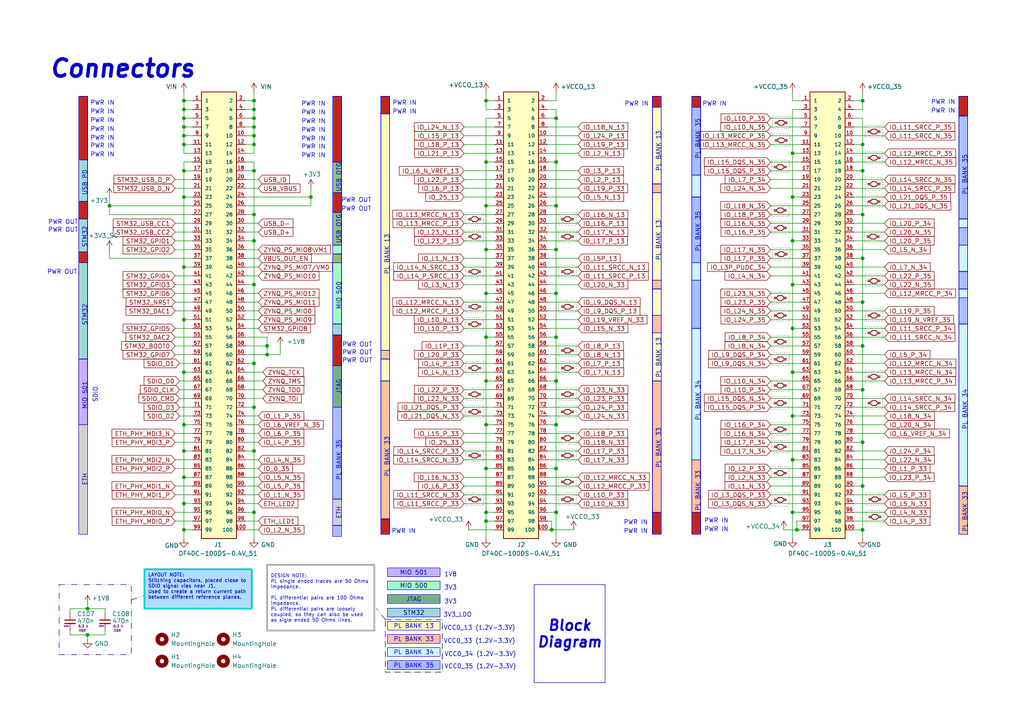
<source format=kicad_sch>
(kicad_sch (version 20250114) (generator "eeschema") (generator_version "9.0")
  (paper "A4")
  (title_block (title "Connectors") (date "2024-09-22") (rev "1.0"))
  (rectangle (start 200.66 57.15) (end 203.2 76.2) (fill (type color) (color 170 189 255 1)))
  (rectangle (start 135.128 66.802) (end 140.208 70.358) (stroke (width 0.1524) (type dot) (color 0 0 0 1)))
  (rectangle (start 96.52 27.94) (end 99.06 46.99) (fill (type color) (color 192 36 33 1)))
  (rectangle (start 250.952 79.502) (end 256.032 83.058) (stroke (width 0.1524) (type dot) (color 0 0 0 1)))
  (rectangle (start 200.66 76.2) (end 203.2 81.28) (fill (type color) (color 206 245 255 1)))
  (rectangle (start 189.23 96.52) (end 191.77 110.49) (fill (type color) (color 255 248 191 1)))
  (rectangle (start 96.52 61.595) (end 99.06 71.12) (fill (type color) (color 142 189 126 1)))
  (rectangle (start 22.86 104.14) (end 25.4 123.19) (fill (type color) (color 196 175 255 1)))
  (rectangle (start 162.052 61.722) (end 167.132 65.278) (stroke (width 0.1524) (type dot) (color 0 0 0 1)))
  (rectangle (start 200.66 81.28) (end 203.2 95.25) (fill (type color) (color 170 189 255 1)))
  (rectangle (start 200.66 27.94) (end 203.2 154.94))
  (rectangle (start 223.774 143.002) (end 228.854 146.812) (stroke (width 0.1524) (type dot) (color 0 0 0 1)))
  (rectangle (start 251.206 143.002) (end 256.286 146.558) (stroke (width 0.1524) (type dot) (color 0 0 0 1)))
  (rectangle (start 135.128 130.302) (end 140.208 133.858) (stroke (width 0.1524) (type dot) (color 0 0 0 1)))
  (rectangle (start 162.052 99.822) (end 167.132 103.378) (stroke (width 0.1524) (type dot) (color 0 0 0 1)))
  (rectangle (start 278.13 63.5) (end 280.67 66.04) (fill (type color) (color 206 245 255 1)))
  (rectangle (start 110.49 150.495) (end 113.03 154.94) (fill (type color) (color 192 36 33 1)))
  (rectangle (start 223.774 46.482) (end 228.854 50.038) (stroke (width 0.1524) (type dot) (color 0 0 0 1)))
  (rectangle (start 200.66 95.25) (end 203.2 133.35) (fill (type color) (color 206 245 255 1)))
  (rectangle (start 223.774 64.262) (end 228.854 67.818) (stroke (width 0.1524) (type dot) (color 0 0 0 1)))
  (rectangle (start 135.128 76.962) (end 140.208 80.518) (stroke (width 0.1524) (type dot) (color 0 0 0 1)))
  (rectangle (start 22.86 27.94) (end 25.4 46.355) (fill (type color) (color 192 36 33 1)))
  (rectangle (start 223.774 89.662) (end 228.854 93.218) (stroke (width 0.1524) (type dot) (color 0 0 0 1)))
  (rectangle (start 22.86 27.94) (end 25.4 123.19))
  (rectangle (start 22.86 73.025) (end 25.4 76.2) (fill (type color) (color 192 36 33 1)))
  (rectangle (start 223.774 102.362) (end 228.854 105.918) (stroke (width 0.1524) (type dot) (color 0 0 0 1)))
  (rectangle (start 17.145 169.545) (end 38.1 189.865) (stroke (width 0) (type dash_dot_dot)))
  (rectangle (start 189.23 81.28) (end 191.77 83.82) (fill (type color) (color 255 193 159 1)))
  (rectangle (start 224.028 33.782) (end 229.108 37.338) (stroke (width 0.1524) (type dot) (color 0 0 0 1)))
  (rectangle (start 189.23 27.94) (end 191.77 154.94))
  (rectangle (start 200.66 50.8) (end 203.2 57.15) (fill (type color) (color 206 245 255 1)))
  (rectangle (start 162.052 66.802) (end 167.132 70.358) (stroke (width 0.1524) (type dot) (color 0 0 0 1)))
  (rectangle (start 110.49 27.94) (end 113.03 33.02) (fill (type color) (color 192 36 33 1)))
  (rectangle (start 96.52 106.045) (end 99.06 118.11) (fill (type color) (color 118 174 136 1)))
  (rectangle (start 162.052 130.302) (end 167.132 133.858) (stroke (width 0.1524) (type dot) (color 0 0 0 1)))
  (rectangle (start 135.128 117.602) (end 140.208 121.158) (stroke (width 0.1524) (type dot) (color 0 0 0 1)))
  (rectangle (start 250.952 115.062) (end 256.032 118.618) (stroke (width 0.1524) (type dot) (color 0 0 0 1)))
  (rectangle (start 22.86 58.42) (end 25.4 63.5) (fill (type color) (color 192 36 33 1)))
  (rectangle (start 135.128 92.202) (end 140.208 95.758) (stroke (width 0.1524) (type dot) (color 0 0 0 1)))
  (rectangle (start 200.66 133.35) (end 203.2 148.59) (fill (type color) (color 255 193 159 1)))
  (rectangle (start 223.774 84.582) (end 228.854 88.138) (stroke (width 0.1524) (type dot) (color 0 0 0 1)))
  (rectangle (start 162.052 117.602) (end 167.132 121.158) (stroke (width 0.1524) (type dot) (color 0 0 0 1)))
  (rectangle (start 223.774 115.062) (end 228.854 118.618) (stroke (width 0.1524) (type dot) (color 0 0 0 1)))
  (rectangle (start 96.52 27.94) (end 99.06 144.78))
  (rectangle (start 189.23 31.115) (end 191.77 53.34) (fill (type color) (color 255 248 191 1)))
  (rectangle (start 224.028 71.882) (end 229.108 75.438) (stroke (width 0.1524) (type dot) (color 0 0 0 1)))
  (rectangle (start 278.13 27.94) (end 280.67 154.94))
  (rectangle (start 135.128 143.002) (end 140.208 146.558) (stroke (width 0.1524) (type dot) (color 0 0 0 1)))
  (rectangle (start 22.86 123.19) (end 25.4 154.94) (fill (type color) (color 207 207 207 1)))
  (rectangle (start 162.052 104.902) (end 167.132 108.458) (stroke (width 0.1524) (type dot) (color 0 0 0 1)))
  (rectangle (start 110.49 104.14) (end 113.03 110.49) (fill (type color) (color 255 248 191 1)))
  (rectangle (start 224.028 38.862) (end 229.108 42.418) (stroke (width 0.1524) (type dot) (color 0 0 0 1)))
  (rectangle (start 278.13 93.98) (end 280.67 140.97) (fill (type color) (color 206 245 255 1)))
  (rectangle (start 96.52 97.155) (end 99.06 106.045) (fill (type color) (color 192 36 33 1)))
  (rectangle (start 189.23 55.88) (end 191.77 81.28) (fill (type color) (color 255 248 191 1)))
  (rectangle (start 223.774 97.282) (end 228.854 100.838) (stroke (width 0.1524) (type dot) (color 0 0 0 1)))
  (rectangle (start 250.698 66.802) (end 255.778 70.358) (stroke (width 0.1524) (type dot) (color 0 0 0 1)))
  (rectangle (start 200.66 31.115) (end 203.2 50.8) (fill (type color) (color 170 189 255 1)))
  (rectangle (start 110.49 27.94) (end 113.03 154.94))
  (rectangle (start 278.13 86.36) (end 280.67 93.98) (fill (type color) (color 170 189 255 1)))
  (rectangle (start 96.52 144.78) (end 99.06 152.4) (fill (type color) (color 207 207 207 1)))
  (rectangle (start 96.52 152.4) (end 99.06 155.575) (fill (type color) (color 170 189 255 1)))
  (rectangle (start 110.49 101.6) (end 113.03 104.14) (fill (type color) (color 255 193 159 1)))
  (rectangle (start 200.66 27.94) (end 203.2 31.115) (fill (type color) (color 192 36 33 1)))
  (rectangle (start 223.774 109.982) (end 228.854 113.538) (stroke (width 0.1524) (type dot) (color 0 0 0 1)))
  (rectangle (start 223.774 59.182) (end 228.854 62.738) (stroke (width 0.1524) (type dot) (color 0 0 0 1)))
  (rectangle (start 96.52 76.2) (end 99.06 93.98) (fill (type color) (color 161 251 196 1)))
  (rectangle (start 162.052 137.922) (end 167.132 141.478) (stroke (width 0.1524) (type dot) (color 0 0 0 1)))
  (rectangle (start 278.13 83.82) (end 280.67 86.36) (fill (type color) (color 206 245 255 1)))
  (rectangle (start 110.49 110.49) (end 113.03 150.495) (fill (type color) (color 255 193 159 1)))
  (rectangle (start 22.86 63.5) (end 25.4 73.025) (fill (type color) (color 159 215 217 1)))
  (rectangle (start 162.052 112.522) (end 167.132 116.078) (stroke (width 0.1524) (type dot) (color 0 0 0 1)))
  (rectangle (start 223.774 135.382) (end 228.854 138.938) (stroke (width 0.1524) (type dot) (color 0 0 0 1)))
  (rectangle (start 250.952 107.442) (end 256.032 110.998) (stroke (width 0.1524) (type dot) (color 0 0 0 1)))
  (rectangle (start 223.774 127.762) (end 228.854 131.318) (stroke (width 0.1524) (type dot) (color 0 0 0 1)))
  (rectangle (start 96.52 73.66) (end 99.06 76.2) (fill (type color) (color 142 189 126 1)))
  (rectangle (start 189.23 110.49) (end 191.77 148.59) (fill (type color) (color 255 193 159 1)))
  (rectangle (start 96.52 55.88) (end 99.06 61.595) (fill (type color) (color 192 36 33 1)))
  (rectangle (start 96.52 46.99) (end 99.06 55.88) (fill (type color) (color 142 189 126 1)))
  (rectangle (start 111.76 179.705) (end 128.27 194.945) (stroke (width 0.1524) (type dash_dot) (color 0 0 0 1)))
  (rectangle (start 135.128 104.902) (end 140.208 108.458) (stroke (width 0.1524) (type dot) (color 0 0 0 1)))
  (rectangle (start 223.774 122.682) (end 228.854 126.238) (stroke (width 0.1524) (type dot) (color 0 0 0 1)))
  (rectangle (start 278.13 140.97) (end 280.67 154.94) (fill (type color) (color 255 193 159 1)))
  (rectangle (start 22.86 46.355) (end 25.4 58.42) (fill (type color) (color 159 215 217 1)))
  (rectangle (start 189.23 83.82) (end 191.77 91.44) (fill (type color) (color 255 248 191 1)))
  (rectangle (start 162.052 143.002) (end 167.132 146.558) (stroke (width 0.1524) (type dot) (color 0 0 0 1)))
  (rectangle (start 278.13 66.04) (end 280.67 71.12) (fill (type color) (color 170 189 255 1)))
  (rectangle (start 22.86 76.2) (end 25.4 104.14) (fill (type color) (color 159 215 217 1)))
  (rectangle (start 162.052 76.962) (end 167.132 80.518) (stroke (width 0.1524) (type dot) (color 0 0 0 1)))
  (rectangle (start 96.52 93.98) (end 99.06 97.155) (fill (type color) (color 159 215 217 1)))
  (rectangle (start 189.23 27.94) (end 191.77 31.115) (fill (type color) (color 192 36 33 1)))
  (rectangle (start 110.49 33.02) (end 113.03 101.6) (fill (type color) (color 255 248 191 1)))
  (rectangle (start 200.66 148.59) (end 203.2 154.94) (fill (type color) (color 192 36 33 1)))
  (rectangle (start 250.952 89.662) (end 256.032 93.218) (stroke (width 0.1524) (type dot) (color 0 0 0 1)))
  (rectangle (start 251.206 148.082) (end 256.286 151.638) (stroke (width 0.1524) (type dot) (color 0 0 0 1)))
  (rectangle (start 278.13 27.94) (end 280.67 33.655) (fill (type color) (color 192 36 33 1)))
  (rectangle (start 250.952 51.562) (end 256.032 55.118) (stroke (width 0.1524) (type dot) (color 0 0 0 1)))
  (rectangle (start 135.128 112.522) (end 140.208 116.078) (stroke (width 0.1524) (type dot) (color 0 0 0 1)))
  (rectangle (start 135.128 87.122) (end 140.208 90.678) (stroke (width 0.1524) (type dot) (color 0 0 0 1)))
  (rectangle (start 250.952 43.942) (end 256.032 47.498) (stroke (width 0.1524) (type dot) (color 0 0 0 1)))
  (rectangle (start 189.23 53.34) (end 191.77 55.88) (fill (type color) (color 255 193 159 1)))
  (rectangle (start 250.952 36.322) (end 256.032 39.878) (stroke (width 0.1524) (type dot) (color 0 0 0 1)))
  (rectangle (start 250.952 56.642) (end 256.032 60.198) (stroke (width 0.1524) (type dot) (color 0 0 0 1)))
  (rectangle (start 189.23 148.59) (end 191.77 154.94) (fill (type color) (color 192 36 33 1)))
  (rectangle (start 96.52 118.11) (end 99.06 144.78) (fill (type color) (color 170 189 255 1)))
  (rectangle (start 162.052 87.122) (end 167.132 90.678) (stroke (width 0.1524) (type dot) (color 0 0 0 1)))
  (rectangle (start 162.052 125.222) (end 167.132 128.778) (stroke (width 0.1524) (type dot) (color 0 0 0 1)))
  (rectangle (start 250.952 94.742) (end 256.032 98.298) (stroke (width 0.1524) (type dot) (color 0 0 0 1)))
  (rectangle (start 278.13 78.74) (end 280.67 83.82) (fill (type color) (color 170 189 255 1)))
  (rectangle (start 278.13 33.655) (end 280.67 63.5) (fill (type color) (color 170 189 255 1)))
  (rectangle (start 96.52 71.12) (end 99.06 73.66) (fill (type color) (color 170 253 195 1)))
  (rectangle (start 135.128 61.722) (end 140.208 65.278) (stroke (width 0.1524) (type dot) (color 0 0 0 1)))
  (rectangle (start 278.13 71.12) (end 280.67 78.74) (fill (type color) (color 206 245 255 1)))
  (rectangle (start 189.23 91.44) (end 191.77 96.52) (fill (type color) (color 255 193 159 1)))
  (text "PWR IN" (at 184.658 30.226 0) (effects (font (size 1.27 1.27))))
  (text "PL BANK 34" (at 202.438 116.332 90) (effects (font (size 1.27 1.27))))
  (text "PL BANK 35" (at 202.438 40.386 90) (effects (font (size 1.27 1.27))))
  (text "PL BANK 35" (at 202.438 67.31 90) (effects (font (size 1.27 1.27))))
  (text "PWR IN" (at 273.558 29.718 0) (effects (font (size 1.27 1.27))))
  (text "PWR IN" (at 29.718 32.512 0) (effects (font (size 1.27 1.27))))
  (text "VCC0_35 (1.2V-3.3V)" (at 139.319 193.421 0) (effects (font (size 1.27 1.27))))
  (text "USB OTG" (at 98.298 66.548 90) (effects (font (size 1.27 1.27))))
  (text "PL BANK 33" (at 112.268 132.588 90) (effects (font (size 1.27 1.27))))
  (text "PWR IN" (at 90.932 45.212 0) (effects (font (size 1.27 1.27))))
  (text "PWR OUT" (at 18.288 66.802 0) (effects (font (size 1.27 1.27))))
  (text "MIO 500" (at 98.298 85.852 90) (effects (font (size 1.27 1.27))))
  (text "STM32" (at 24.638 91.44 90) (effects (font (size 1.27 1.27))))
  (text "VCC0_13 (1.2V-3.3V)" (at 139.065 182.245 0) (effects (font (size 1.27 1.27))))
  (text "3V3" (at 130.683 170.561 0) (effects (font (size 1.27 1.27))))
  (text "PWR IN" (at 90.932 40.386 0) (effects (font (size 1.27 1.27))))
  (text "STM32" (at 24.638 68.834 90) (effects (font (size 1.27 1.27))))
  (text "PWR IN" (at 207.772 153.67 0) (effects (font (size 1.27 1.27))))
  (text "VCC0_33 (1.2V-3.3V)" (at 139.065 186.055 0) (effects (font (size 1.27 1.27))))
  (text "1V8" (at 130.683 166.751 0) (effects (font (size 1.27 1.27))))
  (text "PWR IN" (at 90.932 30.226 0) (effects (font (size 1.27 1.27))))
  (text "MIO 501" (at 24.638 114.808 90) (effects (font (size 1.27 1.27))))
  (text "PWR IN" (at 184.404 151.638 0) (effects (font (size 1.27 1.27))))
  (text "PWR IN" (at 117.348 29.972 0) (effects (font (size 1.27 1.27))))
  (text "PWR IN" (at 117.348 32.512 0) (effects (font (size 1.27 1.27))))
  (text "PWR IN" (at 90.932 32.766 0) (effects (font (size 1.27 1.27))))
  (text "PWR IN" (at 29.718 40.132 0) (effects (font (size 1.27 1.27))))
  (text "PL BANK 33" (at 202.438 142.494 90) (effects (font (size 1.27 1.27))))
  (text "PL BANK 13" (at 191.008 103.886 90) (effects (font (size 1.27 1.27))))
  (text "PWR IN" (at 29.718 44.958 0) (effects (font (size 1.27 1.27))))
  (text "PWR OUT" (at 18.288 64.516 0) (effects (font (size 1.27 1.27))))
  (text "PWR OUT" (at 103.378 58.166 0) (effects (font (size 1.27 1.27))))
  (text "PWR IN" (at 90.932 35.306 0) (effects (font (size 1.27 1.27))))
  (text "PWR OUT" (at 103.632 100.076 0) (effects (font (size 1.27 1.27))))
  (text "PWR IN" (at 29.718 29.972 0) (effects (font (size 1.27 1.27))))
  (text "PWR IN" (at 90.932 37.846 0) (effects (font (size 1.27 1.27))))
  (text "ETH" (at 98.298 148.844 90) (effects (font (size 1.27 1.27))))
  (text "PWR OUT" (at 103.632 102.362 0) (effects (font (size 1.27 1.27))))
  (text "Connectors\n" (at 35.56 20.066 0) (effects (font (size 5 5) (thickness 1) (bold yes) (italic yes))))
  (text "JTAG" (at 98.298 112.268 90) (effects (font (size 1.27 1.27))))
  (text "3V3" (at 130.683 174.625 0) (effects (font (size 1.27 1.27))))
  (text "PWR IN" (at 117.094 154.178 0) (effects (font (size 1.27 1.27))))
  (text "PWR IN" (at 184.404 154.178 0) (effects (font (size 1.27 1.27))))
  (text "ETH" (at 24.638 139.192 90) (effects (font (size 1.27 1.27))))
  (text "USB PD" (at 24.638 53.086 90) (effects (font (size 1.27 1.27))))
  (text "PL BANK 13" (at 191.008 69.85 90) (effects (font (size 1.27 1.27))))
  (text "PWR IN" (at 29.718 37.592 0) (effects (font (size 1.27 1.27))))
  (text "VCC0_34 (1.2V-3.3V)" (at 139.319 189.865 0) (effects (font (size 1.27 1.27))))
  (text "3V3_LDO" (at 132.715 178.435 0) (effects (font (size 1.27 1.27))))
  (text "PL BANK 35" (at 279.908 50.8 90) (effects (font (size 1.27 1.27))))
  (text "PL BANK 13" (at 112.268 73.914 90) (effects (font (size 1.27 1.27))))
  (text "PWR IN" (at 90.932 42.672 0) (effects (font (size 1.27 1.27))))
  (text "PWR IN" (at 273.558 32.258 0) (effects (font (size 1.27 1.27))))
  (text "PWR OUT" (at 103.632 104.648 0) (effects (font (size 1.27 1.27))))
  (text "PWR IN" (at 29.718 35.052 0) (effects (font (size 1.27 1.27))))
  (text "PL BANK 35" (at 98.298 133.604 90) (effects (font (size 1.27 1.27))))
  (text "PL BANK 33" (at 279.908 148.59 90) (effects (font (size 1.27 1.27))))
  (text "PL BANK 13" (at 191.008 43.942 90) (effects (font (size 1.27 1.27))))
  (text "PWR IN" (at 29.718 42.418 0) (effects (font (size 1.27 1.27))))
  (text "PWR IN" (at 207.772 151.13 0) (effects (font (size 1.27 1.27))))
  (text "PWR IN" (at 207.264 30.226 0) (effects (font (size 1.27 1.27))))
  (text "SDIO" (at 27.686 114.554 90) (effects (font (size 1.27 1.27))))
  (text "USB OTG" (at 98.298 51.562 90) (effects (font (size 1.27 1.27))))
  (text "PL BANK 33" (at 191.008 130.048 90) (effects (font (size 1.27 1.27))))
  (text "PWR OUT" (at 18.034 78.994 0) (effects (font (size 1.27 1.27))))
  (text "PL BANK 34" (at 279.908 118.872 90) (effects (font (size 1.27 1.27))))
  (text "PWR OUT" (at 103.378 60.706 0) (effects (font (size 1.27 1.27))))
  (text_box "LAYOUT NOTE:\nStitching capacitors, placed close to SDIO signal vias near J1.\nUsed to create a return current path between different reference planes." (at 41.91 165.1 0) (size 31.115 11.43) (margins 1 1 1 1) (stroke (width 0.5) (color 0 194 194 1)) (fill (type color) (color 61 172 255 0.4)) (effects (font (size 1 1)) (justify left top)))
  (text_box "PL BANK 34" (at 112.395 187.833 0) (size 15.24 2.54) (margins 0.9525 0.9525 0.9525 0.9525) (fill (type color) (color 206 245 255 1)) (effects (font (size 1.27 1.27))))
  (text_box "Block\nDiagram" (at 154.94 169.545 0) (size 20.574 28.448) (margins 2.25 2.25 2.25 2.25) (effects (font (size 3 3) (thickness 0.6) (bold yes) (italic yes))))
  (text_box "MIO 500" (at 112.395 168.529 0) (size 15.24 2.54) (margins 0.9525 0.9525 0.9525 0.9525) (fill (type color) (color 161 251 196 1)) (effects (font (size 1.27 1.27))))
  (text_box "JTAG" (at 112.395 172.466 0) (size 15.24 2.54) (margins 0.9525 0.9525 0.9525 0.9525) (fill (type color) (color 118 174 136 1)) (effects (font (size 1.27 1.27))))
  (text_box "PL BANK 35" (at 112.395 191.643 0) (size 15.24 2.54) (margins 0.9525 0.9525 0.9525 0.9525) (fill (type color) (color 170 189 255 1)) (effects (font (size 1.27 1.27))))
  (text_box "MIO 501" (at 112.395 164.719 0) (size 15.24 2.54) (margins 0.9525 0.9525 0.9525 0.9525) (fill (type color) (color 196 175 255 1)) (effects (font (size 1.27 1.27))))
  (text_box "STM32" (at 112.395 176.403 0) (size 15.24 2.54) (margins 0.9525 0.9525 0.9525 0.9525) (fill (type color) (color 159 215 217 1)) (effects (font (size 1.27 1.27))))
  (text_box "PL BANK 13" (at 112.395 180.213 0) (size 15.24 2.54) (margins 0.9525 0.9525 0.9525 0.9525) (fill (type color) (color 255 248 191 1)) (effects (font (size 1.27 1.27))))
  (text_box "PL BANK 33" (at 112.395 184.023 0) (size 15.24 2.54) (margins 0.9525 0.9525 0.9525 0.9525) (fill (type color) (color 255 193 159 1)) (effects (font (size 1.27 1.27))))
  (text_box "DESIGN NOTE:\nPL single ended traces are 50 Ohms impedance.\n\nPL differential pairs are 100 Ohms impedance.\nPL differential pairs are loosely coupled, so they can also be used as sigle ended 50 Ohms lines." (at 77.47 163.83 0) (size 31.115 19.05) (margins 1 1 1 1) (stroke (width 0.5) (color 168 168 168 1)) (effects (font (size 1 1) (thickness 0.125)) (justify left)))
  (junction (at 161.29 148.59))
  (junction (at 53.34 49.53))
  (junction (at 140.97 97.79))
  (junction (at 31.75 59.69))
  (junction (at 73.66 34.29))
  (junction (at 250.19 128.27))
  (junction (at 161.29 110.49))
  (junction (at 140.97 110.49))
  (junction (at 161.29 59.69))
  (junction (at 73.66 82.55))
  (junction (at 53.34 153.67))
  (junction (at 140.97 72.39))
  (junction (at 53.34 41.91))
  (junction (at 231.14 153.67))
  (junction (at 250.19 113.03))
  (junction (at 250.19 74.93))
  (junction (at 160.02 153.67))
  (junction (at 73.66 36.83))
  (junction (at 250.19 29.21))
  (junction (at 25.4 176.53))
  (junction (at 229.87 95.25))
  (junction (at 53.34 34.29))
  (junction (at 140.97 135.89))
  (junction (at 53.34 130.81))
  (junction (at 140.97 123.19))
  (junction (at 90.17 57.15))
  (junction (at 73.66 62.23))
  (junction (at 229.87 57.15))
  (junction (at 229.87 107.95))
  (junction (at 53.34 39.37))
  (junction (at 140.97 85.09))
  (junction (at 73.66 39.37))
  (junction (at 161.29 97.79))
  (junction (at 73.66 31.75))
  (junction (at 140.97 29.21))
  (junction (at 140.97 148.59))
  (junction (at 53.34 31.75))
  (junction (at 229.87 44.45))
  (junction (at 53.34 29.21))
  (junction (at 161.29 85.09))
  (junction (at 161.29 34.29))
  (junction (at 250.19 153.67))
  (junction (at 250.19 140.97))
  (junction (at 250.19 49.53))
  (junction (at 73.66 69.85))
  (junction (at 53.34 138.43))
  (junction (at 250.19 62.23))
  (junction (at 229.87 120.65))
  (junction (at 140.97 59.69))
  (junction (at 53.34 77.47))
  (junction (at 229.87 148.59))
  (junction (at 140.97 151.13))
  (junction (at 77.47 100.33))
  (junction (at 250.19 87.63))
  (junction (at 73.66 29.21))
  (junction (at 53.34 107.95))
  (junction (at 229.87 69.85))
  (junction (at 161.29 46.99))
  (junction (at 140.97 46.99))
  (junction (at 161.29 135.89))
  (junction (at 250.19 100.33))
  (junction (at 161.29 123.19))
  (junction (at 73.66 118.11))
  (junction (at 73.66 148.59))
  (junction (at 53.34 146.05))
  (junction (at 53.34 36.83))
  (junction (at 229.87 133.35))
  (junction (at 53.34 92.71))
  (junction (at 73.66 105.41))
  (junction (at 161.29 72.39))
  (junction (at 250.19 41.91))
  (junction (at 229.87 82.55))
  (junction (at 25.4 184.15))
  (junction (at 73.66 41.91))
  (junction (at 77.47 102.87))
  (junction (at 73.66 49.53))
  (junction (at 73.66 130.81))
  (junction (at 53.34 57.15))
  (junction (at 53.34 123.19))
  (polyline (pts (xy 226.822 90.805) (xy 225.806 90.805)) (stroke (width 0.25) (color 132 0 0 1)))
  (polyline (pts (xy 136.652 63.754) (xy 137.16 64.262)) (stroke (width 0.25) (color 132 0 0 1)))
  (wire (pts (xy 53.34 153.67) (xy 53.34 156.21)))
  (wire (pts (xy 134.62 115.57) (xy 143.51 115.57)))
  (polyline (pts (xy 138.684 132.334) (xy 139.446 132.334)) (stroke (width 0.25) (color 132 0 0 1)))
  (polyline (pts (xy 165.608 139.954) (xy 166.37 139.954)) (stroke (width 0.25) (color 132 0 0 1)))
  (polyline (pts (xy 254 95.885) (xy 252.984 95.885)) (stroke (width 0.25) (color 132 0 0 1)))
  (wire (pts (xy 158.75 110.49) (xy 161.29 110.49)))
  (wire (pts (xy 256.54 39.37) (xy 247.65 39.37)))
  (polyline (pts (xy 251.46 68.834) (xy 252.222 68.834)) (stroke (width 0.25) (color 132 0 0 1)))
  (polyline (pts (xy 255.27 53.213) (xy 254.508 53.213)) (stroke (width 0.25) (color 132 0 0 1)))
  (polyline (pts (xy 224.536 124.714) (xy 225.298 124.714)) (stroke (width 0.25) (color 132 0 0 1)))
  (polyline (pts (xy 163.576 114.554) (xy 164.084 115.062)) (stroke (width 0.25) (color 132 0 0 1)))
  (wire (pts (xy 256.54 52.07) (xy 247.65 52.07)))
  (polyline (pts (xy 136.652 145.034) (xy 137.16 145.542)) (stroke (width 0.25) (color 132 0 0 1)))
  (wire (pts (xy 73.66 62.23) (xy 73.66 69.85)))
  (polyline (pts (xy 138.176 94.742) (xy 138.684 94.234)) (stroke (width 0.25) (color 132 0 0 1)))
  (polyline (pts (xy 255.27 96.393) (xy 254.508 96.393)) (stroke (width 0.25) (color 132 0 0 1)))
  (polyline (pts (xy 135.89 89.154) (xy 136.652 89.154)) (stroke (width 0.25) (color 132 0 0 1)))
  (polyline (pts (xy 138.176 120.142) (xy 138.684 119.634)) (stroke (width 0.25) (color 132 0 0 1)))
  (polyline (pts (xy 138.684 89.154) (xy 139.446 89.154)) (stroke (width 0.25) (color 132 0 0 1)))
  (wire (pts (xy 71.12 107.95) (xy 76.2 107.95)))
  (polyline (pts (xy 164.084 79.502) (xy 165.1 79.502)) (stroke (width 0.25) (color 132 0 0 1)))
  (polyline (pts (xy 164.084 107.442) (xy 165.1 107.442)) (stroke (width 0.25) (color 132 0 0 1)))
  (polyline (pts (xy 252.984 46.482) (xy 254 46.482)) (stroke (width 0.25) (color 132 0 0 1)))
  (wire (pts (xy 71.12 41.91) (xy 73.66 41.91)))
  (polyline (pts (xy 251.714 96.774) (xy 252.476 96.774)) (stroke (width 0.25) (color 132 0 0 1)))
  (polyline (pts (xy 252.984 117.602) (xy 254 117.602)) (stroke (width 0.25) (color 132 0 0 1)))
  (polyline (pts (xy 165.608 88.773) (xy 165.1 88.265)) (stroke (width 0.25) (color 132 0 0 1)))
  (wire (pts (xy 158.75 59.69) (xy 161.29 59.69)))
  (polyline (pts (xy 226.822 47.752) (xy 225.806 47.752)) (stroke (width 0.25) (color 132 0 0 1)))
  (polyline (pts (xy 225.298 137.033) (xy 224.536 137.033)) (stroke (width 0.25) (color 132 0 0 1)))
  (polyline (pts (xy 135.89 114.554) (xy 136.652 114.554)) (stroke (width 0.25) (color 132 0 0 1)))
  (polyline (pts (xy 137.16 145.542) (xy 138.176 145.542)) (stroke (width 0.25) (color 132 0 0 1)))
  (wire (pts (xy 73.66 36.83) (xy 73.66 34.29)))
  (polyline (pts (xy 224.536 112.014) (xy 225.298 112.014)) (stroke (width 0.25) (color 132 0 0 1)))
  (polyline (pts (xy 164.084 69.342) (xy 165.1 69.342)) (stroke (width 0.25) (color 132 0 0 1)))
  (polyline (pts (xy 138.684 68.453) (xy 138.176 67.945)) (stroke (width 0.25) (color 132 0 0 1)))
  (polyline (pts (xy 138.684 63.754) (xy 139.446 63.754)) (stroke (width 0.25) (color 132 0 0 1)))
  (wire (pts (xy 229.87 107.95) (xy 229.87 120.65)))
  (polyline (pts (xy 224.536 129.794) (xy 225.298 129.794)) (stroke (width 0.25) (color 132 0 0 1)))
  (wire (pts (xy 140.97 123.19) (xy 140.97 135.89)))
  (wire (pts (xy 25.4 184.15) (xy 30.48 184.15)))
  (polyline (pts (xy 138.176 118.745) (xy 137.16 118.745)) (stroke (width 0.25) (color 132 0 0 1)))
  (polyline (pts (xy 227.584 73.533) (xy 227.076 73.025)) (stroke (width 0.25) (color 132 0 0 1)))
  (wire (pts (xy 74.93 87.63) (xy 71.12 87.63)))
  (wire (pts (xy 53.34 138.43) (xy 53.34 146.05)))
  (polyline (pts (xy 136.652 88.773) (xy 135.89 88.773)) (stroke (width 0.25) (color 132 0 0 1)))
  (polyline (pts (xy 138.176 145.542) (xy 138.684 145.034)) (stroke (width 0.25) (color 132 0 0 1)))
  (wire (pts (xy 256.54 36.83) (xy 247.65 36.83)))
  (polyline (pts (xy 163.576 127.254) (xy 164.084 127.762)) (stroke (width 0.25) (color 132 0 0 1)))
  (polyline (pts (xy 252.476 58.293) (xy 251.714 58.293)) (stroke (width 0.25) (color 132 0 0 1)))
  (wire (pts (xy 161.29 72.39) (xy 161.29 85.09)))
  (wire (pts (xy 256.54 69.85) (xy 247.65 69.85)))
  (polyline (pts (xy 137.16 94.742) (xy 138.176 94.742)) (stroke (width 0.25) (color 132 0 0 1)))
  (wire (pts (xy 134.62 125.73) (xy 143.51 125.73)))
  (wire (pts (xy 247.65 140.97) (xy 250.19 140.97)))
  (polyline (pts (xy 165.608 78.994) (xy 166.37 78.994)) (stroke (width 0.25) (color 132 0 0 1)))
  (polyline (pts (xy 166.37 126.873) (xy 165.608 126.873)) (stroke (width 0.25) (color 132 0 0 1)))
  (polyline (pts (xy 139.446 114.173) (xy 138.684 114.173)) (stroke (width 0.25) (color 132 0 0 1)))
  (wire (pts (xy 140.97 59.69) (xy 143.51 59.69)))
  (polyline (pts (xy 136.652 68.453) (xy 135.89 68.453)) (stroke (width 0.25) (color 132 0 0 1)))
  (polyline (pts (xy 138.684 106.934) (xy 139.446 106.934)) (stroke (width 0.25) (color 132 0 0 1)))
  (wire (pts (xy 74.93 67.31) (xy 71.12 67.31)))
  (wire (pts (xy 223.52 41.91) (xy 232.41 41.91)))
  (wire (pts (xy 73.66 29.21) (xy 73.66 31.75)))
  (polyline (pts (xy 136.652 89.154) (xy 137.16 89.662)) (stroke (width 0.25) (color 132 0 0 1)))
  (wire (pts (xy 256.54 130.81) (xy 247.65 130.81)))
  (wire (pts (xy 256.54 57.15) (xy 247.65 57.15)))
  (polyline (pts (xy 139.446 119.253) (xy 138.684 119.253)) (stroke (width 0.25) (color 132 0 0 1)))
  (polyline (pts (xy 138.684 119.253) (xy 138.176 118.745)) (stroke (width 0.25) (color 132 0 0 1)))
  (wire (pts (xy 250.19 87.63) (xy 250.19 100.33)))
  (wire (pts (xy 134.62 105.41) (xy 143.51 105.41)))
  (wire (pts (xy 20.32 184.15) (xy 20.32 182.88)))
  (polyline (pts (xy 254.508 53.213) (xy 254 52.705)) (stroke (width 0.25) (color 132 0 0 1)))
  (polyline (pts (xy 138.684 63.373) (xy 138.176 62.865)) (stroke (width 0.25) (color 132 0 0 1)))
  (wire (pts (xy 50.8 85.09) (xy 55.88 85.09)))
  (polyline (pts (xy 136.652 132.334) (xy 137.16 132.842)) (stroke (width 0.25) (color 132 0 0 1)))
  (wire (pts (xy 167.64 52.07) (xy 158.75 52.07)))
  (polyline (pts (xy 138.176 78.105) (xy 137.16 78.105)) (stroke (width 0.25) (color 132 0 0 1)))
  (wire (pts (xy 250.19 29.21) (xy 247.65 29.21)))
  (polyline (pts (xy 251.968 150.114) (xy 252.73 150.114)) (stroke (width 0.25) (color 132 0 0 1)))
  (polyline (pts (xy 162.814 78.994) (xy 163.576 78.994)) (stroke (width 0.25) (color 132 0 0 1)))
  (wire (pts (xy 140.97 123.19) (xy 143.51 123.19)))
  (polyline (pts (xy 164.084 102.362) (xy 165.1 102.362)) (stroke (width 0.25) (color 132 0 0 1)))
  (polyline (pts (xy 162.814 132.334) (xy 163.576 132.334)) (stroke (width 0.25) (color 132 0 0 1)))
  (wire (pts (xy 223.52 138.43) (xy 232.41 138.43)))
  (wire (pts (xy 71.12 59.69) (xy 90.17 59.69)))
  (polyline (pts (xy 255.27 116.713) (xy 254.508 116.713)) (stroke (width 0.25) (color 132 0 0 1)))
  (polyline (pts (xy 252.984 116.205) (xy 252.476 116.713)) (stroke (width 0.25) (color 132 0 0 1)))
  (wire (pts (xy 53.34 153.67) (xy 55.88 153.67)))
  (polyline (pts (xy 226.822 98.425) (xy 225.806 98.425)) (stroke (width 0.25) (color 132 0 0 1)))
  (polyline (pts (xy 227.33 144.78) (xy 226.822 144.272)) (stroke (width 0.25) (color 132 0 0 1)))
  (wire (pts (xy 140.97 34.29) (xy 140.97 46.99)))
  (wire (pts (xy 134.62 67.31) (xy 143.51 67.31)))
  (polyline (pts (xy 166.37 144.653) (xy 165.608 144.653)) (stroke (width 0.25) (color 132 0 0 1)))
  (wire (pts (xy 53.34 31.75) (xy 55.88 31.75)))
  (polyline (pts (xy 254.508 58.293) (xy 254 57.785)) (stroke (width 0.25) (color 132 0 0 1)))
  (wire (pts (xy 53.34 49.53) (xy 55.88 49.53)))
  (polyline (pts (xy 254 59.182) (xy 254.508 58.674)) (stroke (width 0.25) (color 132 0 0 1)))
  (polyline (pts (xy 226.822 117.602) (xy 227.33 117.094)) (stroke (width 0.25) (color 132 0 0 1)))
  (polyline (pts (xy 228.092 60.833) (xy 227.33 60.833)) (stroke (width 0.25) (color 132 0 0 1)))
  (wire (pts (xy 134.62 62.23) (xy 143.51 62.23)))
  (polyline (pts (xy 225.298 117.094) (xy 225.806 117.602)) (stroke (width 0.25) (color 132 0 0 1)))
  (polyline (pts (xy 163.576 89.154) (xy 164.084 89.662)) (stroke (width 0.25) (color 132 0 0 1)))
  (polyline (pts (xy 162.814 101.854) (xy 163.576 101.854)) (stroke (width 0.25) (color 132 0 0 1)))
  (polyline (pts (xy 225.298 86.233) (xy 224.536 86.233)) (stroke (width 0.25) (color 132 0 0 1)))
  (polyline (pts (xy 227.33 129.794) (xy 228.092 129.794)) (stroke (width 0.25) (color 132 0 0 1)))
  (polyline (pts (xy 225.298 111.633) (xy 224.536 111.633)) (stroke (width 0.25) (color 132 0 0 1)))
  (wire (pts (xy 229.87 69.85) (xy 232.41 69.85)))
  (polyline (pts (xy 224.536 117.094) (xy 225.298 117.094)) (stroke (width 0.25) (color 132 0 0 1)))
  (wire (pts (xy 71.12 62.23) (xy 73.66 62.23)))
  (wire (pts (xy 167.64 82.55) (xy 158.75 82.55)))
  (polyline (pts (xy 228.092 144.78) (xy 227.33 144.78)) (stroke (width 0.25) (color 132 0 0 1)))
  (polyline (pts (xy 224.536 145.161) (xy 225.298 145.161)) (stroke (width 0.25) (color 132 0 0 1)))
  (polyline (pts (xy 224.536 48.641) (xy 225.298 48.641)) (stroke (width 0.25) (color 132 0 0 1)))
  (polyline (pts (xy 251.714 45.974) (xy 252.476 45.974)) (stroke (width 0.25) (color 132 0 0 1)))
  (wire (pts (xy 30.48 182.88) (xy 30.48 184.15)))
  (wire (pts (xy 229.87 26.67) (xy 229.87 29.21)))
  (polyline (pts (xy 252.984 52.705) (xy 252.476 53.213)) (stroke (width 0.25) (color 132 0 0 1)))
  (wire (pts (xy 223.52 146.05) (xy 232.41 146.05)))
  (wire (pts (xy 77.47 100.33) (xy 77.47 102.87)))
  (wire (pts (xy 250.19 41.91) (xy 250.19 49.53)))
  (polyline (pts (xy 225.552 40.513) (xy 224.79 40.513)) (stroke (width 0.25) (color 132 0 0 1)))
  (wire (pts (xy 53.34 146.05) (xy 55.88 146.05)))
  (wire (pts (xy 223.52 92.71) (xy 232.41 92.71)))
  (polyline (pts (xy 227.33 137.033) (xy 226.822 136.525)) (stroke (width 0.25) (color 132 0 0 1)))
  (polyline (pts (xy 165.1 89.662) (xy 165.608 89.154)) (stroke (width 0.25) (color 132 0 0 1)))
  (polyline (pts (xy 252.984 108.585) (xy 252.476 109.093)) (stroke (width 0.25) (color 132 0 0 1)))
  (wire (pts (xy 231.14 151.13) (xy 231.14 153.67)))
  (wire (pts (xy 71.12 100.33) (xy 77.47 100.33)))
  (polyline (pts (xy 254.508 96.774) (xy 255.27 96.774)) (stroke (width 0.25) (color 132 0 0 1)))
  (wire (pts (xy 31.75 59.69) (xy 31.75 57.15)))
  (wire (pts (xy 250.19 49.53) (xy 250.19 62.23)))
  (polyline (pts (xy 164.084 144.145) (xy 163.576 144.653)) (stroke (width 0.25) (color 132 0 0 1)))
  (wire (pts (xy 247.65 113.03) (xy 250.19 113.03)))
  (polyline (pts (xy 226.822 145.669) (xy 227.33 145.161)) (stroke (width 0.25) (color 132 0 0 1)))
  (wire (pts (xy 256.54 59.69) (xy 247.65 59.69)))
  (wire (pts (xy 53.34 46.99) (xy 55.88 46.99)))
  (wire (pts (xy 167.64 90.17) (xy 158.75 90.17)))
  (wire (pts (xy 140.97 135.89) (xy 143.51 135.89)))
  (wire (pts (xy 250.19 128.27) (xy 250.19 140.97)))
  (polyline (pts (xy 253.238 144.145) (xy 252.73 144.653)) (stroke (width 0.25) (color 132 0 0 1)))
  (polyline (pts (xy 225.806 49.149) (xy 226.822 49.149)) (stroke (width 0.25) (color 132 0 0 1)))
  (polyline (pts (xy 135.89 68.834) (xy 136.652 68.834)) (stroke (width 0.25) (color 132 0 0 1)))
  (polyline (pts (xy 252.476 58.674) (xy 252.984 59.182)) (stroke (width 0.25) (color 132 0 0 1)))
  (polyline (pts (xy 138.684 131.953) (xy 138.176 131.445)) (stroke (width 0.25) (color 132 0 0 1)))
  (polyline (pts (xy 252.476 38.354) (xy 252.984 38.862)) (stroke (width 0.25) (color 132 0 0 1)))
  (wire (pts (xy 223.52 67.31) (xy 232.41 67.31)))
  (polyline (pts (xy 166.37 88.773) (xy 165.608 88.773)) (stroke (width 0.25) (color 132 0 0 1)))
  (wire (pts (xy 73.66 29.21) (xy 71.12 29.21)))
  (wire (pts (xy 143.51 34.29) (xy 140.97 34.29)))
  (polyline (pts (xy 226.822 144.272) (xy 225.806 144.272)) (stroke (width 0.25) (color 132 0 0 1)))
  (wire (pts (xy 134.62 128.27) (xy 143.51 128.27)))
  (wire (pts (xy 20.32 176.53) (xy 25.4 176.53)))
  (polyline (pts (xy 226.822 125.222) (xy 227.33 124.714)) (stroke (width 0.25) (color 132 0 0 1)))
  (polyline (pts (xy 135.89 78.994) (xy 136.652 78.994)) (stroke (width 0.25) (color 132 0 0 1)))
  (wire (pts (xy 250.19 29.21) (xy 250.19 31.75)))
  (polyline (pts (xy 225.552 35.814) (xy 226.06 36.322)) (stroke (width 0.25) (color 132 0 0 1)))
  (polyline (pts (xy 228.092 137.033) (xy 227.33 137.033)) (stroke (width 0.25) (color 132 0 0 1)))
  (wire (pts (xy 50.8 67.31) (xy 55.88 67.31)))
  (polyline (pts (xy 138.176 79.502) (xy 138.684 78.994)) (stroke (width 0.25) (color 132 0 0 1)))
  (polyline (pts (xy 225.552 73.914) (xy 226.06 74.422)) (stroke (width 0.25) (color 132 0 0 1)))
  (polyline (pts (xy 225.298 137.414) (xy 225.806 137.922)) (stroke (width 0.25) (color 132 0 0 1)))
  (polyline (pts (xy 255.27 91.313) (xy 254.508 91.313)) (stroke (width 0.25) (color 132 0 0 1)))
  (polyline (pts (xy 252.73 144.653) (xy 251.968 144.653)) (stroke (width 0.25) (color 132 0 0 1)))
  (polyline (pts (xy 165.608 63.754) (xy 166.37 63.754)) (stroke (width 0.25) (color 132 0 0 1)))
  (polyline (pts (xy 254.508 117.094) (xy 255.27 117.094)) (stroke (width 0.25) (color 132 0 0 1)))
  (wire (pts (xy 167.64 95.25) (xy 158.75 95.25)))
  (polyline (pts (xy 162.814 106.934) (xy 163.576 106.934)) (stroke (width 0.25) (color 132 0 0 1)))
  (polyline (pts (xy 163.576 131.953) (xy 162.814 131.953)) (stroke (width 0.25) (color 132 0 0 1)))
  (polyline (pts (xy 226.06 36.322) (xy 227.076 36.322)) (stroke (width 0.25) (color 132 0 0 1)))
  (wire (pts (xy 74.93 123.19) (xy 71.12 123.19)))
  (wire (pts (xy 140.97 148.59) (xy 143.51 148.59)))
  (wire (pts (xy 256.54 54.61) (xy 247.65 54.61)))
  (polyline (pts (xy 164.084 140.462) (xy 165.1 140.462)) (stroke (width 0.25) (color 132 0 0 1)))
  (polyline (pts (xy 137.16 67.945) (xy 136.652 68.453)) (stroke (width 0.25) (color 132 0 0 1)))
  (polyline (pts (xy 252.984 37.465) (xy 252.476 37.973)) (stroke (width 0.25) (color 132 0 0 1)))
  (polyline (pts (xy 252.984 45.085) (xy 252.476 45.593)) (stroke (width 0.25) (color 132 0 0 1)))
  (wire (pts (xy 250.19 153.67) (xy 250.19 156.21)))
  (wire (pts (xy 55.88 133.35) (xy 50.8 133.35)))
  (polyline (pts (xy 228.092 86.233) (xy 227.33 86.233)) (stroke (width 0.25) (color 132 0 0 1)))
  (wire (pts (xy 31.75 62.23) (xy 55.88 62.23)))
  (polyline (pts (xy 163.576 119.253) (xy 162.814 119.253)) (stroke (width 0.25) (color 132 0 0 1)))
  (wire (pts (xy 77.47 102.87) (xy 71.12 102.87)))
  (polyline (pts (xy 252.476 81.661) (xy 252.984 82.169)) (stroke (width 0.25) (color 132 0 0 1)))
  (polyline (pts (xy 163.576 78.994) (xy 164.084 79.502)) (stroke (width 0.25) (color 132 0 0 1)))
  (polyline (pts (xy 138.684 145.034) (xy 139.446 145.034)) (stroke (width 0.25) (color 132 0 0 1)))
  (polyline (pts (xy 165.1 79.502) (xy 165.608 78.994)) (stroke (width 0.25) (color 132 0 0 1)))
  (polyline (pts (xy 226.822 99.822) (xy 227.33 99.314)) (stroke (width 0.25) (color 132 0 0 1)))
  (wire (pts (xy 134.62 77.47) (xy 143.51 77.47)))
  (polyline (pts (xy 138.176 106.045) (xy 137.16 106.045)) (stroke (width 0.25) (color 132 0 0 1)))
  (polyline (pts (xy 251.714 58.674) (xy 252.476 58.674)) (stroke (width 0.25) (color 132 0 0 1)))
  (polyline (pts (xy 253.238 145.542) (xy 254.254 145.542)) (stroke (width 0.25) (color 132 0 0 1)))
  (wire (pts (xy 134.62 69.85) (xy 143.51 69.85)))
  (polyline (pts (xy 165.608 114.173) (xy 165.1 113.665)) (stroke (width 0.25) (color 132 0 0 1)))
  (wire (pts (xy 256.54 85.09) (xy 247.65 85.09)))
  (wire (pts (xy 140.97 151.13) (xy 140.97 156.21)))
  (polyline (pts (xy 163.576 132.334) (xy 164.084 132.842)) (stroke (width 0.25) (color 132 0 0 1)))
  (wire (pts (xy 223.52 110.49) (xy 232.41 110.49)))
  (wire (pts (xy 158.75 135.89) (xy 161.29 135.89)))
  (polyline (pts (xy 225.806 111.125) (xy 225.298 111.633)) (stroke (width 0.25) (color 132 0 0 1)))
  (polyline (pts (xy 252.476 109.474) (xy 252.984 109.982)) (stroke (width 0.25) (color 132 0 0 1)))
  (polyline (pts (xy 226.822 128.905) (xy 225.806 128.905)) (stroke (width 0.25) (color 132 0 0 1)))
  (wire (pts (xy 247.65 97.79) (xy 256.54 97.79)))
  (polyline (pts (xy 163.576 63.754) (xy 164.084 64.262)) (stroke (width 0.25) (color 132 0 0 1)))
  (wire (pts (xy 140.97 26.67) (xy 140.97 29.21)))
  (wire (pts (xy 134.62 138.43) (xy 143.51 138.43)))
  (polyline (pts (xy 164.084 132.842) (xy 165.1 132.842)) (stroke (width 0.25) (color 132 0 0 1)))
  (polyline (pts (xy 138.176 144.145) (xy 137.16 144.145)) (stroke (width 0.25) (color 132 0 0 1)))
  (polyline (pts (xy 164.084 118.745) (xy 163.576 119.253)) (stroke (width 0.25) (color 132 0 0 1)))
  (polyline (pts (xy 138.176 132.842) (xy 138.684 132.334)) (stroke (width 0.25) (color 132 0 0 1)))
  (wire (pts (xy 247.65 100.33) (xy 250.19 100.33)))
  (polyline (pts (xy 251.714 53.594) (xy 252.476 53.594)) (stroke (width 0.25) (color 132 0 0 1)))
  (polyline (pts (xy 254.762 145.034) (xy 255.524 145.034)) (stroke (width 0.25) (color 132 0 0 1)))
  (wire (pts (xy 53.34 49.53) (xy 53.34 57.15)))
  (wire (pts (xy 53.34 107.95) (xy 55.88 107.95)))
  (polyline (pts (xy 164.084 62.865) (xy 163.576 63.373)) (stroke (width 0.25) (color 132 0 0 1)))
  (wire (pts (xy 73.66 31.75) (xy 73.66 34.29)))
  (polyline (pts (xy 253.238 149.225) (xy 252.73 149.733)) (stroke (width 0.25) (color 132 0 0 1)))
  (polyline (pts (xy 166.37 78.613) (xy 165.608 78.613)) (stroke (width 0.25) (color 132 0 0 1)))
  (wire (pts (xy 223.52 125.73) (xy 232.41 125.73)))
  (polyline (pts (xy 251.714 117.094) (xy 252.476 117.094)) (stroke (width 0.25) (color 132 0 0 1)))
  (polyline (pts (xy 165.608 126.873) (xy 165.1 126.365)) (stroke (width 0.25) (color 132 0 0 1)))
  (polyline (pts (xy 225.806 117.602) (xy 226.822 117.602)) (stroke (width 0.25) (color 132 0 0 1)))
  (wire (pts (xy 167.64 115.57) (xy 158.75 115.57)))
  (polyline (pts (xy 166.37 63.373) (xy 165.608 63.373)) (stroke (width 0.25) (color 132 0 0 1)))
  (polyline (pts (xy 253.746 69.342) (xy 254.254 68.834)) (stroke (width 0.25) (color 132 0 0 1)))
  (wire (pts (xy 167.64 77.47) (xy 158.75 77.47)))
  (wire (pts (xy 223.52 39.37) (xy 232.41 39.37)))
  (wire (pts (xy 53.34 92.71) (xy 53.34 77.47)))
  (polyline (pts (xy 254.508 109.093) (xy 254 108.585)) (stroke (width 0.25) (color 132 0 0 1)))
  (polyline (pts (xy 163.576 126.873) (xy 162.814 126.873)) (stroke (width 0.25) (color 132 0 0 1)))
  (polyline (pts (xy 226.822 92.202) (xy 227.33 91.694)) (stroke (width 0.25) (color 132 0 0 1)))
  (wire (pts (xy 134.62 133.35) (xy 143.51 133.35)))
  (wire (pts (xy 160.02 151.13) (xy 160.02 153.67)))
  (polyline (pts (xy 138.684 88.773) (xy 138.176 88.265)) (stroke (width 0.25) (color 132 0 0 1)))
  (wire (pts (xy 50.8 97.79) (xy 55.88 97.79)))
  (polyline (pts (xy 226.06 40.005) (xy 225.552 40.513)) (stroke (width 0.25) (color 132 0 0 1)))
  (wire (pts (xy 71.12 46.99) (xy 73.66 46.99)))
  (wire (pts (xy 247.65 72.39) (xy 256.54 72.39)))
  (polyline (pts (xy 225.806 90.805) (xy 225.298 91.313)) (stroke (width 0.25) (color 132 0 0 1)))
  (wire (pts (xy 53.34 57.15) (xy 55.88 57.15)))
  (wire (pts (xy 229.87 57.15) (xy 232.41 57.15)))
  (polyline (pts (xy 163.576 106.553) (xy 162.814 106.553)) (stroke (width 0.25) (color 132 0 0 1)))
  (wire (pts (xy 167.64 74.93) (xy 158.75 74.93)))
  (wire (pts (xy 161.29 97.79) (xy 161.29 110.49)))
  (wire (pts (xy 256.54 77.47) (xy 247.65 77.47)))
  (polyline (pts (xy 163.576 63.373) (xy 162.814 63.373)) (stroke (width 0.25) (color 132 0 0 1)))
  (wire (pts (xy 74.93 72.39) (xy 71.12 72.39)))
  (wire (pts (xy 247.65 143.51) (xy 256.54 143.51)))
  (polyline (pts (xy 165.608 101.854) (xy 166.37 101.854)) (stroke (width 0.25) (color 132 0 0 1)))
  (wire (pts (xy 134.62 41.91) (xy 143.51 41.91)))
  (polyline (pts (xy 251.968 145.034) (xy 252.73 145.034)) (stroke (width 0.25) (color 132 0 0 1)))
  (polyline (pts (xy 226.822 116.205) (xy 225.806 116.205)) (stroke (width 0.25) (color 132 0 0 1)))
  (wire (pts (xy 50.8 87.63) (xy 55.88 87.63)))
  (wire (pts (xy 77.47 97.79) (xy 77.47 100.33)))
  (wire (pts (xy 140.97 110.49) (xy 140.97 123.19)))
  (polyline (pts (xy 224.536 91.694) (xy 225.298 91.694)) (stroke (width 0.25) (color 132 0 0 1)))
  (polyline (pts (xy 225.806 116.205) (xy 225.298 116.713)) (stroke (width 0.25) (color 132 0 0 1)))
  (wire (pts (xy 53.34 39.37) (xy 53.34 36.83)))
  (polyline (pts (xy 138.176 113.665) (xy 137.16 113.665)) (stroke (width 0.25) (color 132 0 0 1)))
  (polyline (pts (xy 111.76 179.705) (xy 109.22 176.53)) (stroke (width 0) (type dash_dot_dot)))
  (polyline (pts (xy 225.298 129.794) (xy 225.806 130.302)) (stroke (width 0.25) (color 132 0 0 1)))
  (polyline (pts (xy 225.806 60.325) (xy 225.298 60.833)) (stroke (width 0.25) (color 132 0 0 1)))
  (wire (pts (xy 134.62 36.83) (xy 143.51 36.83)))
  (polyline (pts (xy 225.806 66.802) (xy 226.822 66.802)) (stroke (width 0.25) (color 132 0 0 1)))
  (polyline (pts (xy 165.1 131.445) (xy 164.084 131.445)) (stroke (width 0.25) (color 132 0 0 1)))
  (wire (pts (xy 71.12 69.85) (xy 73.66 69.85)))
  (polyline (pts (xy 165.1 62.865) (xy 164.084 62.865)) (stroke (width 0.25) (color 132 0 0 1)))
  (polyline (pts (xy 225.806 104.902) (xy 226.822 104.902)) (stroke (width 0.25) (color 132 0 0 1)))
  (polyline (pts (xy 252.476 45.593) (xy 251.714 45.593)) (stroke (width 0.25) (color 132 0 0 1)))
  (polyline (pts (xy 228.346 73.533) (xy 227.584 73.533)) (stroke (width 0.25) (color 132 0 0 1)))
  (wire (pts (xy 71.12 49.53) (xy 73.66 49.53)))
  (polyline (pts (xy 252.476 96.774) (xy 252.984 97.282)) (stroke (width 0.25) (color 132 0 0 1)))
  (wire (pts (xy 167.64 69.85) (xy 158.75 69.85)))
  (wire (pts (xy 161.29 26.67) (xy 161.29 29.21)))
  (wire (pts (xy 55.88 140.97) (xy 50.8 140.97)))
  (polyline (pts (xy 163.576 145.034) (xy 164.084 145.542)) (stroke (width 0.25) (color 132 0 0 1)))
  (polyline (pts (xy 137.16 79.502) (xy 138.176 79.502)) (stroke (width 0.25) (color 132 0 0 1)))
  (polyline (pts (xy 139.446 144.653) (xy 138.684 144.653)) (stroke (width 0.25) (color 132 0 0 1)))
  (wire (pts (xy 52.07 115.57) (xy 55.88 115.57)))
  (polyline (pts (xy 254.508 58.674) (xy 255.27 58.674)) (stroke (width 0.25) (color 132 0 0 1)))
  (wire (pts (xy 134.62 90.17) (xy 143.51 90.17)))
  (polyline (pts (xy 225.298 104.394) (xy 225.806 104.902)) (stroke (width 0.25) (color 132 0 0 1)))
  (wire (pts (xy 134.62 74.93) (xy 143.51 74.93)))
  (polyline (pts (xy 252.222 68.834) (xy 252.73 69.342)) (stroke (width 0.25) (color 132 0 0 1)))
  (polyline (pts (xy 252.984 57.785) (xy 252.476 58.293)) (stroke (width 0.25) (color 132 0 0 1)))
  (polyline (pts (xy 38.1 173.99) (xy 41.91 172.72)) (stroke (width 0) (type dash_dot_dot)))
  (wire (pts (xy 140.97 85.09) (xy 140.97 97.79)))
  (wire (pts (xy 167.64 41.91) (xy 158.75 41.91)))
  (polyline (pts (xy 227.33 91.313) (xy 226.822 90.805)) (stroke (width 0.25) (color 132 0 0 1)))
  (polyline (pts (xy 165.608 127.254) (xy 166.37 127.254)) (stroke (width 0.25) (color 132 0 0 1)))
  (polyline (pts (xy 139.446 131.953) (xy 138.684 131.953)) (stroke (width 0.25) (color 132 0 0 1)))
  (polyline (pts (xy 166.37 119.253) (xy 165.608 119.253)) (stroke (width 0.25) (color 132 0 0 1)))
  (polyline (pts (xy 224.79 35.814) (xy 225.552 35.814)) (stroke (width 0.25) (color 132 0 0 1)))
  (polyline (pts (xy 138.684 114.173) (xy 138.176 113.665)) (stroke (width 0.25) (color 132 0 0 1)))
  (wire (pts (xy 134.62 102.87) (xy 143.51 102.87)))
  (polyline (pts (xy 255.27 45.593) (xy 254.508 45.593)) (stroke (width 0.25) (color 132 0 0 1)))
  (polyline (pts (xy 164.084 67.945) (xy 163.576 68.453)) (stroke (width 0.25) (color 132 0 0 1)))
  (wire (pts (xy 229.87 31.75) (xy 229.87 44.45)))
  (polyline (pts (xy 224.79 40.894) (xy 225.552 40.894)) (stroke (width 0.25) (color 132 0 0 1)))
  (wire (pts (xy 223.52 97.79) (xy 232.41 97.79)))
  (wire (pts (xy 134.62 130.81) (xy 143.51 130.81)))
  (wire (pts (xy 55.88 125.73) (xy 50.8 125.73)))
  (polyline (pts (xy 137.16 144.145) (xy 136.652 144.653)) (stroke (width 0.25) (color 132 0 0 1)))
  (wire (pts (xy 53.34 57.15) (xy 53.34 77.47)))
  (polyline (pts (xy 252.984 92.202) (xy 254 92.202)) (stroke (width 0.25) (color 132 0 0 1)))
  (wire (pts (xy 232.41 151.13) (xy 231.14 151.13)))
  (wire (pts (xy 31.75 62.23) (xy 31.75 59.69)))
  (polyline (pts (xy 253.746 67.945) (xy 252.73 67.945)) (stroke (width 0.25) (color 132 0 0 1)))
  (wire (pts (xy 223.52 77.47) (xy 232.41 77.47)))
  (polyline (pts (xy 226.06 41.402) (xy 227.076 41.402)) (stroke (width 0.25) (color 132 0 0 1)))
  (wire (pts (xy 55.88 148.59) (xy 50.8 148.59)))
  (polyline (pts (xy 254 92.202) (xy 254.508 91.694)) (stroke (width 0.25) (color 132 0 0 1)))
  (wire (pts (xy 161.29 29.21) (xy 158.75 29.21)))
  (wire (pts (xy 134.62 92.71) (xy 143.51 92.71)))
  (wire (pts (xy 158.75 31.75) (xy 161.29 31.75)))
  (wire (pts (xy 158.75 85.09) (xy 161.29 85.09)))
  (wire (pts (xy 134.62 82.55) (xy 143.51 82.55)))
  (polyline (pts (xy 165.1 107.442) (xy 165.608 106.934)) (stroke (width 0.25) (color 132 0 0 1)))
  (polyline (pts (xy 225.298 124.333) (xy 224.536 124.333)) (stroke (width 0.25) (color 132 0 0 1)))
  (polyline (pts (xy 136.652 106.553) (xy 135.89 106.553)) (stroke (width 0.25) (color 132 0 0 1)))
  (wire (pts (xy 229.87 82.55) (xy 232.41 82.55)))
  (wire (pts (xy 74.93 153.67) (xy 71.12 153.67)))
  (polyline (pts (xy 225.298 61.214) (xy 225.806 61.722)) (stroke (width 0.25) (color 132 0 0 1)))
  (polyline (pts (xy 224.79 73.914) (xy 225.552 73.914)) (stroke (width 0.25) (color 132 0 0 1)))
  (wire (pts (xy 73.66 44.45) (xy 73.66 41.91)))
  (polyline (pts (xy 224.536 137.414) (xy 225.298 137.414)) (stroke (width 0.25) (color 132 0 0 1)))
  (wire (pts (xy 223.52 123.19) (xy 232.41 123.19)))
  (polyline (pts (xy 252.476 91.313) (xy 251.714 91.313)) (stroke (width 0.25) (color 132 0 0 1)))
  (polyline (pts (xy 137.16 132.842) (xy 138.176 132.842)) (stroke (width 0.25) (color 132 0 0 1)))
  (polyline (pts (xy 254.508 45.593) (xy 254 45.085)) (stroke (width 0.25) (color 132 0 0 1)))
  (polyline (pts (xy 254 37.465) (xy 252.984 37.465)) (stroke (width 0.25) (color 132 0 0 1)))
  (polyline (pts (xy 163.576 101.473) (xy 162.814 101.473)) (stroke (width 0.25) (color 132 0 0 1)))
  (polyline (pts (xy 251.714 109.474) (xy 252.476 109.474)) (stroke (width 0.25) (color 132 0 0 1)))
  (wire (pts (xy 247.65 95.25) (xy 256.54 95.25)))
  (wire (pts (xy 167.64 57.15) (xy 158.75 57.15)))
  (polyline (pts (xy 254 80.772) (xy 252.984 80.772)) (stroke (width 0.25) (color 132 0 0 1)))
  (polyline (pts (xy 226.822 66.802) (xy 227.33 66.294)) (stroke (width 0.25) (color 132 0 0 1)))
  (wire (pts (xy 223.52 36.83) (xy 232.41 36.83)))
  (polyline (pts (xy 225.806 87.122) (xy 226.822 87.122)) (stroke (width 0.25) (color 132 0 0 1)))
  (polyline (pts (xy 163.576 68.834) (xy 164.084 69.342)) (stroke (width 0.25) (color 132 0 0 1)))
  (polyline (pts (xy 137.16 106.045) (xy 136.652 106.553)) (stroke (width 0.25) (color 132 0 0 1)))
  (polyline (pts (xy 166.37 139.573) (xy 165.608 139.573)) (stroke (width 0.25) (color 132 0 0 1)))
  (wire (pts (xy 74.93 64.77) (xy 71.12 64.77)))
  (polyline (pts (xy 227.33 124.714) (xy 228.092 124.714)) (stroke (width 0.25) (color 132 0 0 1)))
  (polyline (pts (xy 225.298 65.913) (xy 224.536 65.913)) (stroke (width 0.25) (color 132 0 0 1)))
  (polyline (pts (xy 255.016 68.453) (xy 254.254 68.453)) (stroke (width 0.25) (color 132 0 0 1)))
  (polyline (pts (xy 164.084 78.105) (xy 163.576 78.613)) (stroke (width 0.25) (color 132 0 0 1)))
  (polyline (pts (xy 254.762 150.114) (xy 255.524 150.114)) (stroke (width 0.25) (color 132 0 0 1)))
  (polyline (pts (xy 227.33 104.394) (xy 228.092 104.394)) (stroke (width 0.25) (color 132 0 0 1)))
  (polyline (pts (xy 138.176 89.662) (xy 138.684 89.154)) (stroke (width 0.25) (color 132 0 0 1)))
  (polyline (pts (xy 254 54.102) (xy 254.508 53.594)) (stroke (width 0.25) (color 132 0 0 1)))
  (polyline (pts (xy 225.298 99.314) (xy 225.806 99.822)) (stroke (width 0.25) (color 132 0 0 1)))
  (polyline (pts (xy 137.16 78.105) (xy 136.652 78.613)) (stroke (width 0.25) (color 132 0 0 1)))
  (wire (pts (xy 81.28 100.33) (xy 81.28 102.87)))
  (wire (pts (xy 250.19 113.03) (xy 250.19 128.27)))
  (polyline (pts (xy 254 109.982) (xy 254.508 109.474)) (stroke (width 0.25) (color 132 0 0 1)))
  (polyline (pts (xy 165.608 119.634) (xy 166.37 119.634)) (stroke (width 0.25) (color 132 0 0 1)))
  (wire (pts (xy 52.07 105.41) (xy 55.88 105.41)))
  (wire (pts (xy 74.93 143.51) (xy 71.12 143.51)))
  (wire (pts (xy 134.62 113.03) (xy 143.51 113.03)))
  (wire (pts (xy 134.62 39.37) (xy 143.51 39.37)))
  (wire (pts (xy 74.93 80.01) (xy 71.12 80.01)))
  (polyline (pts (xy 165.1 118.745) (xy 164.084 118.745)) (stroke (width 0.25) (color 132 0 0 1)))
  (wire (pts (xy 231.14 153.67) (xy 232.41 153.67)))
  (polyline (pts (xy 138.684 78.994) (xy 139.446 78.994)) (stroke (width 0.25) (color 132 0 0 1)))
  (polyline (pts (xy 165.1 78.105) (xy 164.084 78.105)) (stroke (width 0.25) (color 132 0 0 1)))
  (polyline (pts (xy 164.084 145.542) (xy 165.1 145.542)) (stroke (width 0.25) (color 132 0 0 1)))
  (polyline (pts (xy 138.684 144.653) (xy 138.176 144.145)) (stroke (width 0.25) (color 132 0 0 1)))
  (polyline (pts (xy 139.446 88.773) (xy 138.684 88.773)) (stroke (width 0.25) (color 132 0 0 1)))
  (wire (pts (xy 223.52 64.77) (xy 232.41 64.77)))
  (polyline (pts (xy 225.806 128.905) (xy 225.298 129.413)) (stroke (width 0.25) (color 132 0 0 1)))
  (wire (pts (xy 223.52 135.89) (xy 232.41 135.89)))
  (wire (pts (xy 229.87 107.95) (xy 232.41 107.95)))
  (polyline (pts (xy 226.822 137.922) (xy 227.33 137.414)) (stroke (width 0.25) (color 132 0 0 1)))
  (polyline (pts (xy 138.684 106.553) (xy 138.176 106.045)) (stroke (width 0.25) (color 132 0 0 1)))
  (polyline (pts (xy 165.1 120.142) (xy 165.608 119.634)) (stroke (width 0.25) (color 132 0 0 1)))
  (polyline (pts (xy 135.89 94.234) (xy 136.652 94.234)) (stroke (width 0.25) (color 132 0 0 1)))
  (polyline (pts (xy 251.714 91.694) (xy 252.476 91.694)) (stroke (width 0.25) (color 132 0 0 1)))
  (wire (pts (xy 229.87 120.65) (xy 232.41 120.65)))
  (polyline (pts (xy 226.822 123.825) (xy 225.806 123.825)) (stroke (width 0.25) (color 132 0 0 1)))
  (wire (pts (xy 31.75 74.93) (xy 55.88 74.93)))
  (polyline (pts (xy 137.16 107.442) (xy 138.176 107.442)) (stroke (width 0.25) (color 132 0 0 1)))
  (polyline (pts (xy 254.508 53.594) (xy 255.27 53.594)) (stroke (width 0.25) (color 132 0 0 1)))
  (wire (pts (xy 90.17 59.69) (xy 90.17 57.15)))
  (wire (pts (xy 135.89 153.67) (xy 143.51 153.67)))
  (polyline (pts (xy 227.33 116.713) (xy 226.822 116.205)) (stroke (width 0.25) (color 132 0 0 1)))
  (wire (pts (xy 223.52 34.29) (xy 232.41 34.29)))
  (polyline (pts (xy 225.298 116.713) (xy 224.536 116.713)) (stroke (width 0.25) (color 132 0 0 1)))
  (wire (pts (xy 223.52 46.99) (xy 232.41 46.99)))
  (polyline (pts (xy 225.552 73.533) (xy 224.79 73.533)) (stroke (width 0.25) (color 132 0 0 1)))
  (polyline (pts (xy 225.806 136.525) (xy 225.298 137.033)) (stroke (width 0.25) (color 132 0 0 1)))
  (polyline (pts (xy 165.1 64.262) (xy 165.608 63.754)) (stroke (width 0.25) (color 132 0 0 1)))
  (wire (pts (xy 55.88 135.89) (xy 50.8 135.89)))
  (polyline (pts (xy 252.984 54.102) (xy 254 54.102)) (stroke (width 0.25) (color 132 0 0 1)))
  (wire (pts (xy 73.66 49.53) (xy 73.66 62.23)))
  (polyline (pts (xy 226.822 87.122) (xy 227.33 86.614)) (stroke (width 0.25) (color 132 0 0 1)))
  (polyline (pts (xy 254.508 91.694) (xy 255.27 91.694)) (stroke (width 0.25) (color 132 0 0 1)))
  (polyline (pts (xy 253.238 150.622) (xy 254.254 150.622)) (stroke (width 0.25) (color 132 0 0 1)))
  (polyline (pts (xy 254.254 144.145) (xy 253.238 144.145)) (stroke (width 0.25) (color 132 0 0 1)))
  (polyline (pts (xy 227.33 86.233) (xy 226.822 85.725)) (stroke (width 0.25) (color 132 0 0 1)))
  (polyline (pts (xy 227.33 111.633) (xy 226.822 111.125)) (stroke (width 0.25) (color 132 0 0 1)))
  (wire (pts (xy 71.12 39.37) (xy 73.66 39.37)))
  (polyline (pts (xy 139.446 63.373) (xy 138.684 63.373)) (stroke (width 0.25) (color 132 0 0 1)))
  (polyline (pts (xy 226.822 130.302) (xy 227.33 129.794)) (stroke (width 0.25) (color 132 0 0 1)))
  (polyline (pts (xy 254.762 149.733) (xy 254.254 149.225)) (stroke (width 0.25) (color 132 0 0 1)))
  (wire (pts (xy 247.65 120.65) (xy 256.54 120.65)))
  (wire (pts (xy 74.93 92.71) (xy 71.12 92.71)))
  (polyline (pts (xy 164.084 88.265) (xy 163.576 88.773)) (stroke (width 0.25) (color 132 0 0 1)))
  (polyline (pts (xy 225.298 129.413) (xy 224.536 129.413)) (stroke (width 0.25) (color 132 0 0 1)))
  (wire (pts (xy 50.8 90.17) (xy 55.88 90.17)))
  (wire (pts (xy 55.88 143.51) (xy 50.8 143.51)))
  (polyline (pts (xy 138.176 107.442) (xy 138.684 106.934)) (stroke (width 0.25) (color 132 0 0 1)))
  (polyline (pts (xy 227.33 48.26) (xy 226.822 47.752)) (stroke (width 0.25) (color 132 0 0 1)))
  (polyline (pts (xy 165.608 119.253) (xy 165.1 118.745)) (stroke (width 0.25) (color 132 0 0 1)))
  (polyline (pts (xy 136.652 78.613) (xy 135.89 78.613)) (stroke (width 0.25) (color 132 0 0 1)))
  (polyline (pts (xy 254 38.862) (xy 254.508 38.354)) (stroke (width 0.25) (color 132 0 0 1)))
  (wire (pts (xy 50.8 102.87) (xy 55.88 102.87)))
  (polyline (pts (xy 225.806 98.425) (xy 225.298 98.933)) (stroke (width 0.25) (color 132 0 0 1)))
  (wire (pts (xy 140.97 97.79) (xy 140.97 110.49)))
  (wire (pts (xy 167.64 80.01) (xy 158.75 80.01)))
  (polyline (pts (xy 164.084 120.142) (xy 165.1 120.142)) (stroke (width 0.25) (color 132 0 0 1)))
  (polyline (pts (xy 227.33 137.414) (xy 228.092 137.414)) (stroke (width 0.25) (color 132 0 0 1)))
  (wire (pts (xy 250.19 100.33) (xy 250.19 113.03)))
  (wire (pts (xy 73.66 148.59) (xy 73.66 156.21)))
  (polyline (pts (xy 225.806 92.202) (xy 226.822 92.202)) (stroke (width 0.25) (color 132 0 0 1)))
  (wire (pts (xy 74.93 120.65) (xy 71.12 120.65)))
  (wire (pts (xy 256.54 67.31) (xy 247.65 67.31)))
  (wire (pts (xy 53.34 92.71) (xy 53.34 107.95)))
  (polyline (pts (xy 136.652 106.934) (xy 137.16 107.442)) (stroke (width 0.25) (color 132 0 0 1)))
  (polyline (pts (xy 254.508 37.973) (xy 254 37.465)) (stroke (width 0.25) (color 132 0 0 1)))
  (polyline (pts (xy 227.076 40.005) (xy 226.06 40.005)) (stroke (width 0.25) (color 132 0 0 1)))
  (wire (pts (xy 140.97 85.09) (xy 143.51 85.09)))
  (polyline (pts (xy 138.176 67.945) (xy 137.16 67.945)) (stroke (width 0.25) (color 132 0 0 1)))
  (wire (pts (xy 256.54 148.59) (xy 247.65 148.59)))
  (wire (pts (xy 52.07 120.65) (xy 55.88 120.65)))
  (wire (pts (xy 158.75 151.13) (xy 160.02 151.13)))
  (wire (pts (xy 53.34 77.47) (xy 55.88 77.47)))
  (wire (pts (xy 74.93 85.09) (xy 71.12 85.09)))
  (wire (pts (xy 71.12 82.55) (xy 73.66 82.55)))
  (polyline (pts (xy 135.89 106.934) (xy 136.652 106.934)) (stroke (width 0.25) (color 132 0 0 1)))
  (wire (pts (xy 250.19 62.23) (xy 250.19 74.93)))
  (polyline (pts (xy 164.084 115.062) (xy 165.1 115.062)) (stroke (width 0.25) (color 132 0 0 1)))
  (polyline (pts (xy 225.806 144.272) (xy 225.298 144.78)) (stroke (width 0.25) (color 132 0 0 1)))
  (polyline (pts (xy 252.476 96.393) (xy 251.714 96.393)) (stroke (width 0.25) (color 132 0 0 1)))
  (polyline (pts (xy 226.822 111.125) (xy 225.806 111.125)) (stroke (width 0.25) (color 132 0 0 1)))
  (wire (pts (xy 134.62 143.51) (xy 143.51 143.51)))
  (polyline (pts (xy 164.084 127.762) (xy 165.1 127.762)) (stroke (width 0.25) (color 132 0 0 1)))
  (wire (pts (xy 247.65 118.11) (xy 256.54 118.11)))
  (wire (pts (xy 53.34 146.05) (xy 53.34 153.67)))
  (polyline (pts (xy 165.1 139.065) (xy 164.084 139.065)) (stroke (width 0.25) (color 132 0 0 1)))
  (polyline (pts (xy 137.16 64.262) (xy 138.176 64.262)) (stroke (width 0.25) (color 132 0 0 1)))
  (polyline (pts (xy 138.176 88.265) (xy 137.16 88.265)) (stroke (width 0.25) (color 132 0 0 1)))
  (wire (pts (xy 167.64 87.63) (xy 158.75 87.63)))
  (wire (pts (xy 140.97 97.79) (xy 143.51 97.79)))
  (wire (pts (xy 134.62 80.01) (xy 143.51 80.01)))
  (polyline (pts (xy 227.584 40.894) (xy 228.346 40.894)) (stroke (width 0.25) (color 132 0 0 1)))
  (wire (pts (xy 134.62 54.61) (xy 143.51 54.61)))
  (polyline (pts (xy 165.608 106.934) (xy 166.37 106.934)) (stroke (width 0.25) (color 132 0 0 1)))
  (wire (pts (xy 161.29 59.69) (xy 161.29 72.39)))
  (wire (pts (xy 223.52 62.23) (xy 232.41 62.23)))
  (polyline (pts (xy 225.806 130.302) (xy 226.822 130.302)) (stroke (width 0.25) (color 132 0 0 1)))
  (wire (pts (xy 50.8 72.39) (xy 55.88 72.39)))
  (polyline (pts (xy 255.524 149.733) (xy 254.762 149.733)) (stroke (width 0.25) (color 132 0 0 1)))
  (polyline (pts (xy 225.806 85.725) (xy 225.298 86.233)) (stroke (width 0.25) (color 132 0 0 1)))
  (polyline (pts (xy 163.576 144.653) (xy 162.814 144.653)) (stroke (width 0.25) (color 132 0 0 1)))
  (wire (pts (xy 167.64 138.43) (xy 158.75 138.43)))
  (polyline (pts (xy 227.584 35.814) (xy 228.346 35.814)) (stroke (width 0.25) (color 132 0 0 1)))
  (wire (pts (xy 223.52 54.61) (xy 232.41 54.61)))
  (polyline (pts (xy 136.652 119.253) (xy 135.89 119.253)) (stroke (width 0.25) (color 132 0 0 1)))
  (wire (pts (xy 71.12 74.93) (xy 74.93 74.93)))
  (polyline (pts (xy 252.984 97.282) (xy 254 97.282)) (stroke (width 0.25) (color 132 0 0 1)))
  (wire (pts (xy 229.87 29.21) (xy 232.41 29.21)))
  (polyline (pts (xy 252.73 69.342) (xy 253.746 69.342)) (stroke (width 0.25) (color 132 0 0 1)))
  (polyline (pts (xy 228.092 104.013) (xy 227.33 104.013)) (stroke (width 0.25) (color 132 0 0 1)))
  (wire (pts (xy 232.41 31.75) (xy 229.87 31.75)))
  (polyline (pts (xy 227.33 60.833) (xy 226.822 60.325)) (stroke (width 0.25) (color 132 0 0 1)))
  (wire (pts (xy 160.02 153.67) (xy 166.37 153.67)))
  (wire (pts (xy 134.62 118.11) (xy 143.51 118.11)))
  (polyline (pts (xy 163.576 88.773) (xy 162.814 88.773)) (stroke (width 0.25) (color 132 0 0 1)))
  (wire (pts (xy 52.07 113.03) (xy 55.88 113.03)))
  (wire (pts (xy 247.65 153.67) (xy 250.19 153.67)))
  (polyline (pts (xy 164.084 100.965) (xy 163.576 101.473)) (stroke (width 0.25) (color 132 0 0 1)))
  (polyline (pts (xy 138.684 68.834) (xy 139.446 68.834)) (stroke (width 0.25) (color 132 0 0 1)))
  (polyline (pts (xy 227.076 41.402) (xy 227.584 40.894)) (stroke (width 0.25) (color 132 0 0 1)))
  (wire (pts (xy 134.62 57.15) (xy 143.51 57.15)))
  (wire (pts (xy 55.88 34.29) (xy 53.34 34.29)))
  (polyline (pts (xy 135.89 145.034) (xy 136.652 145.034)) (stroke (width 0.25) (color 132 0 0 1)))
  (polyline (pts (xy 225.298 144.78) (xy 224.536 144.78)) (stroke (width 0.25) (color 132 0 0 1)))
  (polyline (pts (xy 251.714 81.661) (xy 252.476 81.661)) (stroke (width 0.25) (color 132 0 0 1)))
  (polyline (pts (xy 254.508 116.713) (xy 254 116.205)) (stroke (width 0.25) (color 132 0 0 1)))
  (wire (pts (xy 53.34 123.19) (xy 53.34 107.95)))
  (wire (pts (xy 247.65 90.17) (xy 256.54 90.17)))
  (polyline (pts (xy 135.89 119.634) (xy 136.652 119.634)) (stroke (width 0.25) (color 132 0 0 1)))
  (wire (pts (xy 134.62 49.53) (xy 143.51 49.53)))
  (polyline (pts (xy 225.806 99.822) (xy 226.822 99.822)) (stroke (width 0.25) (color 132 0 0 1)))
  (wire (pts (xy 31.75 59.69) (xy 55.88 59.69)))
  (polyline (pts (xy 254 108.585) (xy 252.984 108.585)) (stroke (width 0.25) (color 132 0 0 1)))
  (polyline (pts (xy 164.084 106.045) (xy 163.576 106.553)) (stroke (width 0.25) (color 132 0 0 1)))
  (polyline (pts (xy 254.508 38.354) (xy 255.27 38.354)) (stroke (width 0.25) (color 132 0 0 1)))
  (polyline (pts (xy 252.476 116.713) (xy 251.714 116.713)) (stroke (width 0.25) (color 132 0 0 1)))
  (polyline (pts (xy 137.16 88.265) (xy 136.652 88.773)) (stroke (width 0.25) (color 132 0 0 1)))
  (wire (pts (xy 74.93 54.61) (xy 71.12 54.61)))
  (polyline (pts (xy 225.298 104.013) (xy 224.536 104.013)) (stroke (width 0.25) (color 132 0 0 1)))
  (polyline (pts (xy 228.092 129.413) (xy 227.33 129.413)) (stroke (width 0.25) (color 132 0 0 1)))
  (wire (pts (xy 256.54 133.35) (xy 247.65 133.35)))
  (wire (pts (xy 158.75 62.23) (xy 167.64 62.23)))
  (wire (pts (xy 74.93 135.89) (xy 71.12 135.89)))
  (wire (pts (xy 71.12 118.11) (xy 73.66 118.11)))
  (polyline (pts (xy 139.446 106.553) (xy 138.684 106.553)) (stroke (width 0.25) (color 132 0 0 1)))
  (polyline (pts (xy 137.16 89.662) (xy 138.176 89.662)) (stroke (width 0.25) (color 132 0 0 1)))
  (wire (pts (xy 256.54 44.45) (xy 247.65 44.45)))
  (wire (pts (xy 229.87 95.25) (xy 232.41 95.25)))
  (wire (pts (xy 161.29 110.49) (xy 161.29 123.19)))
  (wire (pts (xy 250.19 74.93) (xy 250.19 87.63)))
  (wire (pts (xy 167.64 100.33) (xy 158.75 100.33)))
  (wire (pts (xy 53.34 31.75) (xy 53.34 34.29)))
  (polyline (pts (xy 226.822 49.149) (xy 227.33 48.641)) (stroke (width 0.25) (color 132 0 0 1)))
  (wire (pts (xy 74.93 125.73) (xy 71.12 125.73)))
  (wire (pts (xy 227.33 153.67) (xy 231.14 153.67)))
  (wire (pts (xy 53.34 44.45) (xy 53.34 41.91)))
  (polyline (pts (xy 252.476 109.093) (xy 251.714 109.093)) (stroke (width 0.25) (color 132 0 0 1)))
  (polyline (pts (xy 165.608 139.573) (xy 165.1 139.065)) (stroke (width 0.25) (color 132 0 0 1)))
  (polyline (pts (xy 162.814 145.034) (xy 163.576 145.034)) (stroke (width 0.25) (color 132 0 0 1)))
  (wire (pts (xy 247.65 146.05) (xy 256.54 146.05)))
  (polyline (pts (xy 163.576 68.453) (xy 162.814 68.453)) (stroke (width 0.25) (color 132 0 0 1)))
  (wire (pts (xy 53.34 41.91) (xy 53.34 39.37)))
  (wire (pts (xy 247.65 49.53) (xy 250.19 49.53)))
  (wire (pts (xy 161.29 148.59) (xy 161.29 156.21)))
  (polyline (pts (xy 135.89 132.334) (xy 136.652 132.334)) (stroke (width 0.25) (color 132 0 0 1)))
  (polyline (pts (xy 255.27 81.28) (xy 254.508 81.28)) (stroke (width 0.25) (color 132 0 0 1)))
  (polyline (pts (xy 165.608 144.653) (xy 165.1 144.145)) (stroke (width 0.25) (color 132 0 0 1)))
  (wire (pts (xy 55.88 44.45) (xy 53.34 44.45)))
  (polyline (pts (xy 166.37 114.173) (xy 165.608 114.173)) (stroke (width 0.25) (color 132 0 0 1)))
  (wire (pts (xy 223.52 115.57) (xy 232.41 115.57)))
  (wire (pts (xy 158.75 64.77) (xy 167.64 64.77)))
  (wire (pts (xy 53.34 123.19) (xy 53.34 130.81)))
  (wire (pts (xy 247.65 135.89) (xy 256.54 135.89)))
  (wire (pts (xy 247.65 110.49) (xy 256.54 110.49)))
  (polyline (pts (xy 162.814 68.834) (xy 163.576 68.834)) (stroke (width 0.25) (color 132 0 0 1)))
  (polyline (pts (xy 226.06 34.925) (xy 225.552 35.433)) (stroke (width 0.25) (color 132 0 0 1)))
  (polyline (pts (xy 137.16 93.345) (xy 136.652 93.853)) (stroke (width 0.25) (color 132 0 0 1)))
  (wire (pts (xy 158.75 46.99) (xy 161.29 46.99)))
  (wire (pts (xy 140.97 31.75) (xy 143.51 31.75)))
  (polyline (pts (xy 252.476 91.694) (xy 252.984 92.202)) (stroke (width 0.25) (color 132 0 0 1)))
  (wire (pts (xy 140.97 151.13) (xy 143.51 151.13)))
  (polyline (pts (xy 165.1 132.842) (xy 165.608 132.334)) (stroke (width 0.25) (color 132 0 0 1)))
  (polyline (pts (xy 228.346 40.513) (xy 227.584 40.513)) (stroke (width 0.25) (color 132 0 0 1)))
  (wire (pts (xy 25.4 175.26) (xy 25.4 176.53)))
  (wire (pts (xy 134.62 100.33) (xy 143.51 100.33)))
  (polyline (pts (xy 165.1 126.365) (xy 164.084 126.365)) (stroke (width 0.25) (color 132 0 0 1)))
  (polyline (pts (xy 138.176 64.262) (xy 138.684 63.754)) (stroke (width 0.25) (color 132 0 0 1)))
  (wire (pts (xy 50.8 64.77) (xy 55.88 64.77)))
  (wire (pts (xy 167.64 92.71) (xy 158.75 92.71)))
  (polyline (pts (xy 252.73 150.114) (xy 253.238 150.622)) (stroke (width 0.25) (color 132 0 0 1)))
  (wire (pts (xy 167.64 146.05) (xy 158.75 146.05)))
  (wire (pts (xy 229.87 69.85) (xy 229.87 82.55)))
  (polyline (pts (xy 164.084 89.662) (xy 165.1 89.662)) (stroke (width 0.25) (color 132 0 0 1)))
  (polyline (pts (xy 164.084 126.365) (xy 163.576 126.873)) (stroke (width 0.25) (color 132 0 0 1)))
  (polyline (pts (xy 254.508 109.474) (xy 255.27 109.474)) (stroke (width 0.25) (color 132 0 0 1)))
  (polyline (pts (xy 252.73 149.733) (xy 251.968 149.733)) (stroke (width 0.25) (color 132 0 0 1)))
  (polyline (pts (xy 254.508 81.661) (xy 255.27 81.661)) (stroke (width 0.25) (color 132 0 0 1)))
  (wire (pts (xy 71.12 113.03) (xy 76.2 113.03)))
  (wire (pts (xy 250.19 26.67) (xy 250.19 29.21)))
  (polyline (pts (xy 224.536 104.394) (xy 225.298 104.394)) (stroke (width 0.25) (color 132 0 0 1)))
  (polyline (pts (xy 227.33 145.161) (xy 228.092 145.161)) (stroke (width 0.25) (color 132 0 0 1)))
  (polyline (pts (xy 165.608 89.154) (xy 166.37 89.154)) (stroke (width 0.25) (color 132 0 0 1)))
  (wire (pts (xy 167.64 130.81) (xy 158.75 130.81)))
  (polyline (pts (xy 166.37 131.953) (xy 165.608 131.953)) (stroke (width 0.25) (color 132 0 0 1)))
  (polyline (pts (xy 165.608 145.034) (xy 166.37 145.034)) (stroke (width 0.25) (color 132 0 0 1)))
  (polyline (pts (xy 224.536 86.614) (xy 225.298 86.614)) (stroke (width 0.25) (color 132 0 0 1)))
  (polyline (pts (xy 162.814 119.634) (xy 163.576 119.634)) (stroke (width 0.25) (color 132 0 0 1)))
  (wire (pts (xy 161.29 85.09) (xy 161.29 97.79)))
  (polyline (pts (xy 226.06 73.025) (xy 225.552 73.533)) (stroke (width 0.25) (color 132 0 0 1)))
  (wire (pts (xy 223.52 52.07) (xy 232.41 52.07)))
  (polyline (pts (xy 165.608 131.953) (xy 165.1 131.445)) (stroke (width 0.25) (color 132 0 0 1)))
  (polyline (pts (xy 254.254 68.834) (xy 255.016 68.834)) (stroke (width 0.25) (color 132 0 0 1)))
  (wire (pts (xy 223.52 143.51) (xy 232.41 143.51)))
  (wire (pts (xy 71.12 146.05) (xy 74.93 146.05)))
  (wire (pts (xy 50.8 100.33) (xy 55.88 100.33)))
  (polyline (pts (xy 166.37 106.553) (xy 165.608 106.553)) (stroke (width 0.25) (color 132 0 0 1)))
  (polyline (pts (xy 228.092 91.313) (xy 227.33 91.313)) (stroke (width 0.25) (color 132 0 0 1)))
  (wire (pts (xy 71.12 34.29) (xy 73.66 34.29)))
  (polyline (pts (xy 227.33 61.214) (xy 228.092 61.214)) (stroke (width 0.25) (color 132 0 0 1)))
  (polyline (pts (xy 138.176 62.865) (xy 137.16 62.865)) (stroke (width 0.25) (color 132 0 0 1)))
  (wire (pts (xy 140.97 46.99) (xy 140.97 59.69)))
  (wire (pts (xy 74.93 133.35) (xy 71.12 133.35)))
  (wire (pts (xy 158.75 123.19) (xy 161.29 123.19)))
  (polyline (pts (xy 136.652 78.994) (xy 137.16 79.502)) (stroke (width 0.25) (color 132 0 0 1)))
  (polyline (pts (xy 252.476 117.094) (xy 252.984 117.602)) (stroke (width 0.25) (color 132 0 0 1)))
  (polyline (pts (xy 225.552 40.894) (xy 226.06 41.402)) (stroke (width 0.25) (color 132 0 0 1)))
  (polyline (pts (xy 254 82.169) (xy 254.508 81.661)) (stroke (width 0.25) (color 132 0 0 1)))
  (wire (pts (xy 167.64 67.31) (xy 158.75 67.31)))
  (wire (pts (xy 229.87 95.25) (xy 229.87 107.95)))
  (polyline (pts (xy 138.684 93.853) (xy 138.176 93.345)) (stroke (width 0.25) (color 132 0 0 1)))
  (polyline (pts (xy 162.814 63.754) (xy 163.576 63.754)) (stroke (width 0.25) (color 132 0 0 1)))
  (wire (pts (xy 167.64 54.61) (xy 158.75 54.61)))
  (polyline (pts (xy 227.33 65.913) (xy 226.822 65.405)) (stroke (width 0.25) (color 132 0 0 1)))
  (polyline (pts (xy 163.576 114.173) (xy 162.814 114.173)) (stroke (width 0.25) (color 132 0 0 1)))
  (polyline (pts (xy 254.762 144.653) (xy 254.254 144.145)) (stroke (width 0.25) (color 132 0 0 1)))
  (polyline (pts (xy 227.33 117.094) (xy 228.092 117.094)) (stroke (width 0.25) (color 132 0 0 1)))
  (wire (pts (xy 161.29 135.89) (xy 161.29 148.59)))
  (polyline (pts (xy 254 97.282) (xy 254.508 96.774)) (stroke (width 0.25) (color 132 0 0 1)))
  (wire (pts (xy 55.88 36.83) (xy 53.34 36.83)))
  (wire (pts (xy 140.97 29.21) (xy 140.97 31.75)))
  (polyline (pts (xy 165.608 68.834) (xy 166.37 68.834)) (stroke (width 0.25) (color 132 0 0 1)))
  (wire (pts (xy 73.66 41.91) (xy 73.66 39.37)))
  (wire (pts (xy 50.8 95.25) (xy 55.88 95.25)))
  (wire (pts (xy 250.19 34.29) (xy 247.65 34.29)))
  (polyline (pts (xy 165.1 145.542) (xy 165.608 145.034)) (stroke (width 0.25) (color 132 0 0 1)))
  (wire (pts (xy 250.19 140.97) (xy 250.19 153.67)))
  (wire (pts (xy 158.75 97.79) (xy 161.29 97.79)))
  (wire (pts (xy 50.8 80.01) (xy 55.88 80.01)))
  (polyline (pts (xy 227.076 36.322) (xy 227.584 35.814)) (stroke (width 0.25) (color 132 0 0 1)))
  (polyline (pts (xy 252.476 37.973) (xy 251.714 37.973)) (stroke (width 0.25) (color 132 0 0 1)))
  (polyline (pts (xy 227.076 74.422) (xy 227.584 73.914)) (stroke (width 0.25) (color 132 0 0 1)))
  (wire (pts (xy 223.52 105.41) (xy 232.41 105.41)))
  (polyline (pts (xy 139.446 78.613) (xy 138.684 78.613)) (stroke (width 0.25) (color 132 0 0 1)))
  (wire (pts (xy 167.64 39.37) (xy 158.75 39.37)))
  (polyline (pts (xy 165.1 140.462) (xy 165.608 139.954)) (stroke (width 0.25) (color 132 0 0 1)))
  (wire (pts (xy 167.64 143.51) (xy 158.75 143.51)))
  (polyline (pts (xy 228.092 124.333) (xy 227.33 124.333)) (stroke (width 0.25) (color 132 0 0 1)))
  (wire (pts (xy 247.65 128.27) (xy 250.19 128.27)))
  (polyline (pts (xy 255.27 58.293) (xy 254.508 58.293)) (stroke (width 0.25) (color 132 0 0 1)))
  (polyline (pts (xy 162.814 127.254) (xy 163.576 127.254)) (stroke (width 0.25) (color 132 0 0 1)))
  (polyline (pts (xy 164.084 139.065) (xy 163.576 139.573)) (stroke (width 0.25) (color 132 0 0 1)))
  (wire (pts (xy 74.93 140.97) (xy 71.12 140.97)))
  (wire (pts (xy 73.66 31.75) (xy 71.12 31.75)))
  (wire (pts (xy 73.66 69.85) (xy 73.66 82.55)))
  (polyline (pts (xy 226.822 61.722) (xy 227.33 61.214)) (stroke (width 0.25) (color 132 0 0 1)))
  (wire (pts (xy 140.97 72.39) (xy 140.97 85.09)))
  (polyline (pts (xy 255.27 37.973) (xy 254.508 37.973)) (stroke (width 0.25) (color 132 0 0 1)))
  (polyline (pts (xy 252.476 53.594) (xy 252.984 54.102)) (stroke (width 0.25) (color 132 0 0 1)))
  (polyline (pts (xy 227.33 99.314) (xy 228.092 99.314)) (stroke (width 0.25) (color 132 0 0 1)))
  (wire (pts (xy 256.54 46.99) (xy 247.65 46.99)))
  (polyline (pts (xy 225.806 123.825) (xy 225.298 124.333)) (stroke (width 0.25) (color 132 0 0 1)))
  (polyline (pts (xy 227.33 66.294) (xy 228.092 66.294)) (stroke (width 0.25) (color 132 0 0 1)))
  (polyline (pts (xy 252.984 82.169) (xy 254 82.169)) (stroke (width 0.25) (color 132 0 0 1)))
  (polyline (pts (xy 165.608 132.334) (xy 166.37 132.334)) (stroke (width 0.25) (color 132 0 0 1)))
  (wire (pts (xy 229.87 44.45) (xy 232.41 44.45)))
  (polyline (pts (xy 252.222 68.453) (xy 251.46 68.453)) (stroke (width 0.25) (color 132 0 0 1)))
  (wire (pts (xy 256.54 82.55) (xy 247.65 82.55)))
  (wire (pts (xy 71.12 110.49) (xy 76.2 110.49)))
  (polyline (pts (xy 135.89 63.754) (xy 136.652 63.754)) (stroke (width 0.25) (color 132 0 0 1)))
  (polyline (pts (xy 225.806 47.752) (xy 225.298 48.26)) (stroke (width 0.25) (color 132 0 0 1)))
  (polyline (pts (xy 165.608 101.473) (xy 165.1 100.965)) (stroke (width 0.25) (color 132 0 0 1)))
  (wire (pts (xy 53.34 92.71) (xy 55.88 92.71)))
  (polyline (pts (xy 227.584 40.513) (xy 227.076 40.005)) (stroke (width 0.25) (color 132 0 0 1)))
  (wire (pts (xy 71.12 44.45) (xy 73.66 44.45)))
  (wire (pts (xy 229.87 44.45) (xy 229.87 57.15)))
  (polyline (pts (xy 163.576 106.934) (xy 164.084 107.442)) (stroke (width 0.25) (color 132 0 0 1)))
  (polyline (pts (xy 225.806 65.405) (xy 225.298 65.913)) (stroke (width 0.25) (color 132 0 0 1)))
  (polyline (pts (xy 226.822 85.725) (xy 225.806 85.725)) (stroke (width 0.25) (color 132 0 0 1)))
  (polyline (pts (xy 224.536 61.214) (xy 225.298 61.214)) (stroke (width 0.25) (color 132 0 0 1)))
  (wire (pts (xy 247.65 123.19) (xy 256.54 123.19)))
  (polyline (pts (xy 163.576 101.854) (xy 164.084 102.362)) (stroke (width 0.25) (color 132 0 0 1)))
  (polyline (pts (xy 164.084 113.665) (xy 163.576 114.173)) (stroke (width 0.25) (color 132 0 0 1)))
  (wire (pts (xy 256.54 80.01) (xy 247.65 80.01)))
  (polyline (pts (xy 225.298 98.933) (xy 224.536 98.933)) (stroke (width 0.25) (color 132 0 0 1)))
  (wire (pts (xy 167.64 128.27) (xy 158.75 128.27)))
  (wire (pts (xy 53.34 138.43) (xy 55.88 138.43)))
  (polyline (pts (xy 228.092 48.26) (xy 227.33 48.26)) (stroke (width 0.25) (color 132 0 0 1)))
  (polyline (pts (xy 254.508 81.28) (xy 254 80.772)) (stroke (width 0.25) (color 132 0 0 1)))
  (wire (pts (xy 167.64 105.41) (xy 158.75 105.41)))
  (polyline (pts (xy 254.254 149.225) (xy 253.238 149.225)) (stroke (width 0.25) (color 132 0 0 1)))
  (wire (pts (xy 247.65 105.41) (xy 256.54 105.41)))
  (wire (pts (xy 223.52 130.81) (xy 232.41 130.81)))
  (wire (pts (xy 73.66 39.37) (xy 73.66 36.83)))
  (wire (pts (xy 71.12 130.81) (xy 73.66 130.81)))
  (polyline (pts (xy 254 116.205) (xy 252.984 116.205)) (stroke (width 0.25) (color 132 0 0 1)))
  (wire (pts (xy 158.75 148.59) (xy 161.29 148.59)))
  (polyline (pts (xy 225.806 61.722) (xy 226.822 61.722)) (stroke (width 0.25) (color 132 0 0 1)))
  (wire (pts (xy 229.87 133.35) (xy 229.87 148.59)))
  (polyline (pts (xy 252.984 59.182) (xy 254 59.182)) (stroke (width 0.25) (color 132 0 0 1)))
  (polyline (pts (xy 228.092 116.713) (xy 227.33 116.713)) (stroke (width 0.25) (color 132 0 0 1)))
  (polyline (pts (xy 254 57.785) (xy 252.984 57.785)) (stroke (width 0.25) (color 132 0 0 1)))
  (polyline (pts (xy 227.33 86.614) (xy 228.092 86.614)) (stroke (width 0.25) (color 132 0 0 1)))
  (polyline (pts (xy 227.33 124.333) (xy 226.822 123.825)) (stroke (width 0.25) (color 132 0 0 1)))
  (polyline (pts (xy 227.33 48.641) (xy 228.092 48.641)) (stroke (width 0.25) (color 132 0 0 1)))
  (wire (pts (xy 140.97 72.39) (xy 143.51 72.39)))
  (wire (pts (xy 223.52 87.63) (xy 232.41 87.63)))
  (wire (pts (xy 161.29 123.19) (xy 161.29 135.89)))
  (polyline (pts (xy 165.1 67.945) (xy 164.084 67.945)) (stroke (width 0.25) (color 132 0 0 1)))
  (polyline (pts (xy 225.298 112.014) (xy 225.806 112.522)) (stroke (width 0.25) (color 132 0 0 1)))
  (polyline (pts (xy 165.1 106.045) (xy 164.084 106.045)) (stroke (width 0.25) (color 132 0 0 1)))
  (polyline (pts (xy 225.806 125.222) (xy 226.822 125.222)) (stroke (width 0.25) (color 132 0 0 1)))
  (polyline (pts (xy 165.608 63.373) (xy 165.1 62.865)) (stroke (width 0.25) (color 132 0 0 1)))
  (polyline (pts (xy 252.984 95.885) (xy 252.476 96.393)) (stroke (width 0.25) (color 132 0 0 1)))
  (polyline (pts (xy 254.508 45.974) (xy 255.27 45.974)) (stroke (width 0.25) (color 132 0 0 1)))
  (wire (pts (xy 50.8 54.61) (xy 55.88 54.61)))
  (polyline (pts (xy 228.092 98.933) (xy 227.33 98.933)) (stroke (width 0.25) (color 132 0 0 1)))
  (polyline (pts (xy 165.1 102.362) (xy 165.608 101.854)) (stroke (width 0.25) (color 132 0 0 1)))
  (polyline (pts (xy 254.508 91.313) (xy 254 90.805)) (stroke (width 0.25) (color 132 0 0 1)))
  (polyline (pts (xy 164.084 64.262) (xy 165.1 64.262)) (stroke (width 0.25) (color 132 0 0 1)))
  (polyline (pts (xy 227.33 98.933) (xy 226.822 98.425)) (stroke (width 0.25) (color 132 0 0 1)))
  (polyline (pts (xy 252.73 145.034) (xy 253.238 145.542)) (stroke (width 0.25) (color 132 0 0 1)))
  (wire (pts (xy 77.47 102.87) (xy 81.28 102.87)))
  (polyline (pts (xy 137.16 120.142) (xy 138.176 120.142)) (stroke (width 0.25) (color 132 0 0 1)))
  (polyline (pts (xy 225.298 124.714) (xy 225.806 125.222)) (stroke (width 0.25) (color 132 0 0 1)))
  (wire (pts (xy 71.12 148.59) (xy 73.66 148.59)))
  (polyline (pts (xy 225.298 86.614) (xy 225.806 87.122)) (stroke (width 0.25) (color 132 0 0 1)))
  (polyline (pts (xy 226.822 104.902) (xy 227.33 104.394)) (stroke (width 0.25) (color 132 0 0 1)))
  (polyline (pts (xy 227.076 73.025) (xy 226.06 73.025)) (stroke (width 0.25) (color 132 0 0 1)))
  (polyline (pts (xy 254 52.705) (xy 252.984 52.705)) (stroke (width 0.25) (color 132 0 0 1)))
  (polyline (pts (xy 136.652 94.234) (xy 137.16 94.742)) (stroke (width 0.25) (color 132 0 0 1)))
  (wire (pts (xy 140.97 135.89) (xy 140.97 148.59)))
  (wire (pts (xy 158.75 153.67) (xy 160.02 153.67)))
  (wire (pts (xy 167.64 113.03) (xy 158.75 113.03)))
  (wire (pts (xy 247.65 41.91) (xy 250.19 41.91)))
  (polyline (pts (xy 252.476 81.28) (xy 251.714 81.28)) (stroke (width 0.25) (color 132 0 0 1)))
  (wire (pts (xy 229.87 82.55) (xy 229.87 95.25)))
  (polyline (pts (xy 227.33 129.413) (xy 226.822 128.905)) (stroke (width 0.25) (color 132 0 0 1)))
  (polyline (pts (xy 165.1 100.965) (xy 164.084 100.965)) (stroke (width 0.25) (color 132 0 0 1)))
  (polyline (pts (xy 138.176 93.345) (xy 137.16 93.345)) (stroke (width 0.25) (color 132 0 0 1)))
  (wire (pts (xy 71.12 57.15) (xy 90.17 57.15)))
  (wire (pts (xy 25.4 184.15) (xy 20.32 184.15)))
  (polyline (pts (xy 136.652 93.853) (xy 135.89 93.853)) (stroke (width 0.25) (color 132 0 0 1)))
  (polyline (pts (xy 136.652 131.953) (xy 135.89 131.953)) (stroke (width 0.25) (color 132 0 0 1)))
  (polyline (pts (xy 138.684 78.613) (xy 138.176 78.105)) (stroke (width 0.25) (color 132 0 0 1)))
  (polyline (pts (xy 228.346 35.433) (xy 227.584 35.433)) (stroke (width 0.25) (color 132 0 0 1)))
  (wire (pts (xy 73.66 118.11) (xy 73.66 130.81)))
  (wire (pts (xy 167.64 102.87) (xy 158.75 102.87)))
  (wire (pts (xy 25.4 184.15) (xy 25.4 185.42)))
  (polyline (pts (xy 136.652 114.173) (xy 135.89 114.173)) (stroke (width 0.25) (color 132 0 0 1)))
  (wire (pts (xy 90.17 57.15) (xy 90.17 54.61)))
  (wire (pts (xy 20.32 177.8) (xy 20.32 176.53)))
  (polyline (pts (xy 165.1 88.265) (xy 164.084 88.265)) (stroke (width 0.25) (color 132 0 0 1)))
  (wire (pts (xy 55.88 41.91) (xy 53.34 41.91)))
  (polyline (pts (xy 227.33 104.013) (xy 226.822 103.505)) (stroke (width 0.25) (color 132 0 0 1)))
  (polyline (pts (xy 163.576 78.613) (xy 162.814 78.613)) (stroke (width 0.25) (color 132 0 0 1)))
  (wire (pts (xy 74.93 90.17) (xy 71.12 90.17)))
  (wire (pts (xy 50.8 82.55) (xy 55.88 82.55)))
  (polyline (pts (xy 254 45.085) (xy 252.984 45.085)) (stroke (width 0.25) (color 132 0 0 1)))
  (polyline (pts (xy 163.576 119.634) (xy 164.084 120.142)) (stroke (width 0.25) (color 132 0 0 1)))
  (wire (pts (xy 223.52 128.27) (xy 232.41 128.27)))
  (polyline (pts (xy 228.092 111.633) (xy 227.33 111.633)) (stroke (width 0.25) (color 132 0 0 1)))
  (wire (pts (xy 167.64 120.65) (xy 158.75 120.65)))
  (wire (pts (xy 134.62 44.45) (xy 143.51 44.45)))
  (wire (pts (xy 223.52 80.01) (xy 232.41 80.01)))
  (wire (pts (xy 53.34 29.21) (xy 55.88 29.21)))
  (polyline (pts (xy 254 117.602) (xy 254.508 117.094)) (stroke (width 0.25) (color 132 0 0 1)))
  (polyline (pts (xy 138.684 94.234) (xy 139.446 94.234)) (stroke (width 0.25) (color 132 0 0 1)))
  (polyline (pts (xy 136.652 63.373) (xy 135.89 63.373)) (stroke (width 0.25) (color 132 0 0 1)))
  (polyline (pts (xy 138.684 119.634) (xy 139.446 119.634)) (stroke (width 0.25) (color 132 0 0 1)))
  (wire (pts (xy 52.07 110.49) (xy 55.88 110.49)))
  (polyline (pts (xy 138.684 114.554) (xy 139.446 114.554)) (stroke (width 0.25) (color 132 0 0 1)))
  (polyline (pts (xy 224.536 99.314) (xy 225.298 99.314)) (stroke (width 0.25) (color 132 0 0 1)))
  (polyline (pts (xy 165.608 106.553) (xy 165.1 106.045)) (stroke (width 0.25) (color 132 0 0 1)))
  (wire (pts (xy 229.87 57.15) (xy 229.87 69.85)))
  (wire (pts (xy 229.87 133.35) (xy 232.41 133.35)))
  (polyline (pts (xy 226.822 60.325) (xy 225.806 60.325)) (stroke (width 0.25) (color 132 0 0 1)))
  (polyline (pts (xy 165.608 68.453) (xy 165.1 67.945)) (stroke (width 0.25) (color 132 0 0 1)))
  (wire (pts (xy 167.64 49.53) (xy 158.75 49.53)))
  (wire (pts (xy 140.97 110.49) (xy 143.51 110.49)))
  (polyline (pts (xy 164.084 131.445) (xy 163.576 131.953)) (stroke (width 0.25) (color 132 0 0 1)))
  (polyline (pts (xy 165.1 69.342) (xy 165.608 68.834)) (stroke (width 0.25) (color 132 0 0 1)))
  (wire (pts (xy 74.93 77.47) (xy 71.12 77.47)))
  (polyline (pts (xy 225.552 35.433) (xy 224.79 35.433)) (stroke (width 0.25) (color 132 0 0 1)))
  (wire (pts (xy 247.65 151.13) (xy 256.54 151.13)))
  (wire (pts (xy 53.34 26.67) (xy 53.34 29.21)))
  (polyline (pts (xy 254.254 145.542) (xy 254.762 145.034)) (stroke (width 0.25) (color 132 0 0 1)))
  (polyline (pts (xy 225.806 103.505) (xy 225.298 104.013)) (stroke (width 0.25) (color 132 0 0 1)))
  (polyline (pts (xy 252.476 53.213) (xy 251.714 53.213)) (stroke (width 0.25) (color 132 0 0 1)))
  (wire (pts (xy 134.62 120.65) (xy 143.51 120.65)))
  (wire (pts (xy 134.62 52.07) (xy 143.51 52.07)))
  (wire (pts (xy 247.65 115.57) (xy 256.54 115.57)))
  (polyline (pts (xy 254.254 68.453) (xy 253.746 67.945)) (stroke (width 0.25) (color 132 0 0 1)))
  (polyline (pts (xy 227.584 35.433) (xy 227.076 34.925)) (stroke (width 0.25) (color 132 0 0 1)))
  (polyline (pts (xy 255.27 109.093) (xy 254.508 109.093)) (stroke (width 0.25) (color 132 0 0 1)))
  (wire (pts (xy 134.62 140.97) (xy 143.51 140.97)))
  (wire (pts (xy 223.52 102.87) (xy 232.41 102.87)))
  (polyline (pts (xy 166.37 101.473) (xy 165.608 101.473)) (stroke (width 0.25) (color 132 0 0 1)))
  (wire (pts (xy 229.87 148.59) (xy 229.87 156.21)))
  (wire (pts (xy 71.12 97.79) (xy 77.47 97.79)))
  (wire (pts (xy 223.52 140.97) (xy 232.41 140.97)))
  (polyline (pts (xy 227.33 112.014) (xy 228.092 112.014)) (stroke (width 0.25) (color 132 0 0 1)))
  (wire (pts (xy 223.52 74.93) (xy 232.41 74.93)))
  (polyline (pts (xy 252.984 109.982) (xy 254 109.982)) (stroke (width 0.25) (color 132 0 0 1)))
  (wire (pts (xy 223.52 90.17) (xy 232.41 90.17)))
  (wire (pts (xy 229.87 148.59) (xy 232.41 148.59)))
  (wire (pts (xy 74.93 52.07) (xy 71.12 52.07)))
  (wire (pts (xy 247.65 102.87) (xy 256.54 102.87)))
  (polyline (pts (xy 162.814 114.554) (xy 163.576 114.554)) (stroke (width 0.25) (color 132 0 0 1)))
  (wire (pts (xy 134.62 107.95) (xy 143.51 107.95)))
  (polyline (pts (xy 252.984 90.805) (xy 252.476 91.313)) (stroke (width 0.25) (color 132 0 0 1)))
  (polyline (pts (xy 162.814 139.954) (xy 163.576 139.954)) (stroke (width 0.25) (color 132 0 0 1)))
  (wire (pts (xy 140.97 148.59) (xy 140.97 151.13)))
  (polyline (pts (xy 136.652 114.554) (xy 137.16 115.062)) (stroke (width 0.25) (color 132 0 0 1)))
  (polyline (pts (xy 138.176 115.062) (xy 138.684 114.554)) (stroke (width 0.25) (color 132 0 0 1)))
  (wire (pts (xy 161.29 31.75) (xy 161.29 34.29)))
  (wire (pts (xy 71.12 151.13) (xy 74.93 151.13)))
  (wire (pts (xy 247.65 87.63) (xy 250.19 87.63)))
  (polyline (pts (xy 138.176 69.342) (xy 138.684 68.834)) (stroke (width 0.25) (color 132 0 0 1)))
  (wire (pts (xy 250.19 34.29) (xy 250.19 41.91)))
  (wire (pts (xy 223.52 59.69) (xy 232.41 59.69)))
  (wire (pts (xy 223.52 118.11) (xy 232.41 118.11)))
  (polyline (pts (xy 254 46.482) (xy 254.508 45.974)) (stroke (width 0.25) (color 132 0 0 1)))
  (polyline (pts (xy 138.176 131.445) (xy 137.16 131.445)) (stroke (width 0.25) (color 132 0 0 1)))
  (wire (pts (xy 31.75 74.93) (xy 31.75 72.39)))
  (wire (pts (xy 53.34 46.99) (xy 53.34 49.53)))
  (wire (pts (xy 167.64 140.97) (xy 158.75 140.97)))
  (wire (pts (xy 55.88 39.37) (xy 53.34 39.37)))
  (polyline (pts (xy 227.584 73.914) (xy 228.346 73.914)) (stroke (width 0.25) (color 132 0 0 1)))
  (polyline (pts (xy 136.652 68.834) (xy 137.16 69.342)) (stroke (width 0.25) (color 132 0 0 1)))
  (wire (pts (xy 140.97 29.21) (xy 143.51 29.21)))
  (polyline (pts (xy 251.714 38.354) (xy 252.476 38.354)) (stroke (width 0.25) (color 132 0 0 1)))
  (polyline (pts (xy 226.822 112.522) (xy 227.33 112.014)) (stroke (width 0.25) (color 132 0 0 1)))
  (polyline (pts (xy 163.576 139.954) (xy 164.084 140.462)) (stroke (width 0.25) (color 132 0 0 1)))
  (wire (pts (xy 161.29 46.99) (xy 161.29 59.69)))
  (polyline (pts (xy 225.806 137.922) (xy 226.822 137.922)) (stroke (width 0.25) (color 132 0 0 1)))
  (wire (pts (xy 50.8 69.85) (xy 55.88 69.85)))
  (polyline (pts (xy 137.16 69.342) (xy 138.176 69.342)) (stroke (width 0.25) (color 132 0 0 1)))
  (wire (pts (xy 247.65 62.23) (xy 250.19 62.23)))
  (polyline (pts (xy 137.16 118.745) (xy 136.652 119.253)) (stroke (width 0.25) (color 132 0 0 1)))
  (wire (pts (xy 73.66 46.99) (xy 73.66 49.53)))
  (polyline (pts (xy 225.298 66.294) (xy 225.806 66.802)) (stroke (width 0.25) (color 132 0 0 1)))
  (polyline (pts (xy 137.16 62.865) (xy 136.652 63.373)) (stroke (width 0.25) (color 132 0 0 1)))
  (polyline (pts (xy 252.476 45.974) (xy 252.984 46.482)) (stroke (width 0.25) (color 132 0 0 1)))
  (wire (pts (xy 71.12 105.41) (xy 73.66 105.41)))
  (polyline (pts (xy 227.33 91.694) (xy 228.092 91.694)) (stroke (width 0.25) (color 132 0 0 1)))
  (polyline (pts (xy 225.298 60.833) (xy 224.536 60.833)) (stroke (width 0.25) (color 132 0 0 1)))
  (polyline (pts (xy 252.73 67.945) (xy 252.222 68.453)) (stroke (width 0.25) (color 132 0 0 1)))
  (wire (pts (xy 74.93 138.43) (xy 71.12 138.43)))
  (polyline (pts (xy 225.298 48.26) (xy 224.536 48.26)) (stroke (width 0.25) (color 132 0 0 1)))
  (wire (pts (xy 247.65 138.43) (xy 256.54 138.43)))
  (wire (pts (xy 134.62 146.05) (xy 143.51 146.05)))
  (polyline (pts (xy 254.254 150.622) (xy 254.762 150.114)) (stroke (width 0.25) (color 132 0 0 1)))
  (polyline (pts (xy 136.652 119.634) (xy 137.16 120.142)) (stroke (width 0.25) (color 132 0 0 1)))
  (wire (pts (xy 223.52 100.33) (xy 232.41 100.33)))
  (wire (pts (xy 247.65 74.93) (xy 250.19 74.93)))
  (polyline (pts (xy 139.446 68.453) (xy 138.684 68.453)) (stroke (width 0.25) (color 132 0 0 1)))
  (wire (pts (xy 134.62 95.25) (xy 143.51 95.25)))
  (polyline (pts (xy 252.984 38.862) (xy 254 38.862)) (stroke (width 0.25) (color 132 0 0 1)))
  (wire (pts (xy 73.66 26.67) (xy 73.66 29.21)))
  (polyline (pts (xy 137.16 113.665) (xy 136.652 114.173)) (stroke (width 0.25) (color 132 0 0 1)))
  (polyline (pts (xy 225.806 145.669) (xy 226.822 145.669)) (stroke (width 0.25) (color 132 0 0 1)))
  (wire (pts (xy 53.34 29.21) (xy 53.34 31.75)))
  (wire (pts (xy 229.87 120.65) (xy 229.87 133.35)))
  (polyline (pts (xy 255.524 144.653) (xy 254.762 144.653)) (stroke (width 0.25) (color 132 0 0 1)))
  (polyline (pts (xy 254 90.805) (xy 252.984 90.805)) (stroke (width 0.25) (color 132 0 0 1)))
  (wire (pts (xy 167.64 133.35) (xy 158.75 133.35)))
  (wire (pts (xy 71.12 36.83) (xy 73.66 36.83)))
  (polyline (pts (xy 225.298 145.161) (xy 225.806 145.669)) (stroke (width 0.25) (color 132 0 0 1)))
  (wire (pts (xy 55.88 151.13) (xy 50.8 151.13)))
  (wire (pts (xy 256.54 64.77) (xy 247.65 64.77)))
  (wire (pts (xy 52.07 118.11) (xy 55.88 118.11)))
  (wire (pts (xy 223.52 113.03) (xy 232.41 113.03)))
  (polyline (pts (xy 225.298 91.313) (xy 224.536 91.313)) (stroke (width 0.25) (color 132 0 0 1)))
  (wire (pts (xy 158.75 34.29) (xy 161.29 34.29)))
  (wire (pts (xy 73.66 82.55) (xy 73.66 105.41)))
  (wire (pts (xy 223.52 85.09) (xy 232.41 85.09)))
  (wire (pts (xy 73.66 105.41) (xy 73.66 118.11)))
  (polyline (pts (xy 225.298 48.641) (xy 225.806 49.149)) (stroke (width 0.25) (color 132 0 0 1)))
  (wire (pts (xy 73.66 130.81) (xy 73.66 148.59)))
  (wire (pts (xy 55.88 123.19) (xy 53.34 123.19)))
  (polyline (pts (xy 165.1 127.762) (xy 165.608 127.254)) (stroke (width 0.25) (color 132 0 0 1)))
  (polyline (pts (xy 137.16 131.445) (xy 136.652 131.953)) (stroke (width 0.25) (color 132 0 0 1)))
  (wire (pts (xy 53.34 130.81) (xy 55.88 130.81)))
  (wire (pts (xy 50.8 52.07) (xy 55.88 52.07)))
  (polyline (pts (xy 225.806 112.522) (xy 226.822 112.522)) (stroke (width 0.25) (color 132 0 0 1)))
  (wire (pts (xy 55.88 128.27) (xy 50.8 128.27)))
  (wire (pts (xy 250.19 31.75) (xy 247.65 31.75)))
  (wire (pts (xy 223.52 49.53) (xy 232.41 49.53)))
  (wire (pts (xy 247.65 125.73) (xy 256.54 125.73)))
  (wire (pts (xy 74.93 128.27) (xy 71.12 128.27)))
  (polyline (pts (xy 136.652 144.653) (xy 135.89 144.653)) (stroke (width 0.25) (color 132 0 0 1)))
  (wire (pts (xy 161.29 34.29) (xy 161.29 46.99)))
  (wire (pts (xy 134.62 64.77) (xy 143.51 64.77)))
  (wire (pts (xy 223.52 72.39) (xy 232.41 72.39)))
  (wire (pts (xy 71.12 115.57) (xy 76.2 115.57)))
  (polyline (pts (xy 226.06 74.422) (xy 227.076 74.422)) (stroke (width 0.25) (color 132 0 0 1)))
  (wire (pts (xy 247.65 92.71) (xy 256.54 92.71)))
  (polyline (pts (xy 228.092 65.913) (xy 227.33 65.913)) (stroke (width 0.25) (color 132 0 0 1)))
  (polyline (pts (xy 139.446 93.853) (xy 138.684 93.853)) (stroke (width 0.25) (color 132 0 0 1)))
  (polyline (pts (xy 254.508 96.393) (xy 254 95.885)) (stroke (width 0.25) (color 132 0 0 1)))
  (wire (pts (xy 140.97 46.99) (xy 143.51 46.99)))
  (wire (pts (xy 53.34 130.81) (xy 53.34 138.43)))
  (wire (pts (xy 53.34 36.83) (xy 53.34 34.29)))
  (polyline (pts (xy 165.1 115.062) (xy 165.608 114.554)) (stroke (width 0.25) (color 132 0 0 1)))
  (wire (pts (xy 134.62 87.63) (xy 143.51 87.63)))
  (polyline (pts (xy 226.822 103.505) (xy 225.806 103.505)) (stroke (width 0.25) (color 132 0 0 1)))
  (polyline (pts (xy 163.576 139.573) (xy 162.814 139.573)) (stroke (width 0.25) (color 132 0 0 1)))
  (polyline (pts (xy 165.608 78.613) (xy 165.1 78.105)) (stroke (width 0.25) (color 132 0 0 1)))
  (polyline (pts (xy 166.37 68.453) (xy 165.608 68.453)) (stroke (width 0.25) (color 132 0 0 1)))
  (polyline (pts (xy 252.984 80.772) (xy 252.476 81.28)) (stroke (width 0.25) (color 132 0 0 1)))
  (polyline (pts (xy 162.814 89.154) (xy 163.576 89.154)) (stroke (width 0.25) (color 132 0 0 1)))
  (wire (pts (xy 30.48 176.53) (xy 30.48 177.8)))
  (wire (pts (xy 167.64 36.83) (xy 158.75 36.83)))
  (wire (pts (xy 167.64 118.11) (xy 158.75 118.11)))
  (polyline (pts (xy 165.1 113.665) (xy 164.084 113.665)) (stroke (width 0.25) (color 132 0 0 1)))
  (polyline (pts (xy 224.536 66.294) (xy 225.298 66.294)) (stroke (width 0.25) (color 132 0 0 1)))
  (wire (pts (xy 158.75 72.39) (xy 161.29 72.39)))
  (polyline (pts (xy 225.298 91.694) (xy 225.806 92.202)) (stroke (width 0.25) (color 132 0 0 1)))
  (polyline (pts (xy 227.076 34.925) (xy 226.06 34.925)) (stroke (width 0.25) (color 132 0 0 1)))
  (polyline (pts (xy 226.822 136.525) (xy 225.806 136.525)) (stroke (width 0.25) (color 132 0 0 1)))
  (polyline (pts (xy 226.822 65.405) (xy 225.806 65.405)) (stroke (width 0.25) (color 132 0 0 1)))
  (polyline (pts (xy 165.608 114.554) (xy 166.37 114.554)) (stroke (width 0.25) (color 132 0 0 1)))
  (wire (pts (xy 167.64 125.73) (xy 158.75 125.73)))
  (polyline (pts (xy 137.16 115.062) (xy 138.176 115.062)) (stroke (width 0.25) (color 132 0 0 1)))
  (wire (pts (xy 167.64 107.95) (xy 158.75 107.95)))
  (wire (pts (xy 247.65 107.95) (xy 256.54 107.95)))
  (polyline (pts (xy 165.1 144.145) (xy 164.084 144.145)) (stroke (width 0.25) (color 132 0 0 1)))
  (wire (pts (xy 71.12 95.25) (xy 74.93 95.25)))
  (wire (pts (xy 25.4 176.53) (xy 30.48 176.53)))
  (wire (pts (xy 167.64 44.45) (xy 158.75 44.45)))
  (wire (pts (xy 140.97 59.69) (xy 140.97 72.39)))
  (global_label "STM32_USB_D_P" (shape input) (at 50.8 52.07 180) (property "Intersheetrefs" "${INTERSHEET_REFS}" (effects (hide yes))))
  (global_label "IO_L4_N_13" (shape input) (at 134.62 107.95 180) (property "Intersheetrefs" "${INTERSHEET_REFS}" (effects (hide yes))))
  (global_label "IO_L24_N_35" (shape input) (at 223.52 90.17 180) (property "Intersheetrefs" "${INTERSHEET_REFS}" (effects (hide yes))))
  (global_label "IO_L17_N_35" (shape input) (at 223.52 72.39 180) (property "Intersheetrefs" "${INTERSHEET_REFS}" (effects (hide yes))))
  (global_label "IO_L17_N_33" (shape input) (at 167.64 133.35 0) (property "Intersheetrefs" "${INTERSHEET_REFS}" (effects (hide yes))))
  (global_label "IO_L5_N_34" (shape input) (at 256.54 72.39 0) (property "Intersheetrefs" "${INTERSHEET_REFS}" (effects (hide yes))))
  (global_label "IO_L19_VREF_N_33" (shape input) (at 167.64 92.71 0) (property "Intersheetrefs" "${INTERSHEET_REFS}" (effects (hide yes))))
  (global_label "ZYNQ_PS_MIO8\\VM1" (shape input) (at 74.93 72.39 0) (property "Intersheetrefs" "${INTERSHEET_REFS}" (effects (hide yes))))
  (global_label "IO_L5_N_35" (shape input) (at 74.93 138.43 0) (property "Intersheetrefs" "${INTERSHEET_REFS}" (effects (hide yes))))
  (global_label "IO_L17_N_13" (shape input) (at 167.64 67.31 0) (property "Intersheetrefs" "${INTERSHEET_REFS}" (effects (hide yes))))
  (global_label "IO_L8_N_13" (shape input) (at 167.64 102.87 0) (property "Intersheetrefs" "${INTERSHEET_REFS}" (effects (hide yes))))
  (global_label "IO_L14_SRCC_N_33" (shape input) (at 134.62 133.35 180) (property "Intersheetrefs" "${INTERSHEET_REFS}" (effects (hide yes))))
  (global_label "IO_L12_MRCC_P_35" (shape input) (at 256.54 44.45 0) (property "Intersheetrefs" "${INTERSHEET_REFS}" (effects (hide yes))))
  (global_label "STM32_GPIO7" (shape input) (at 50.8 102.87 180) (property "Intersheetrefs" "${INTERSHEET_REFS}" (effects (hide yes))))
  (global_label "STM32_GPIO5" (shape input) (at 50.8 95.25 180) (property "Intersheetrefs" "${INTERSHEET_REFS}" (effects (hide yes))))
  (global_label "IO_L22_P_13" (shape input) (at 134.62 52.07 180) (property "Intersheetrefs" "${INTERSHEET_REFS}" (effects (hide yes))))
  (global_label "IO_L22_P_33" (shape input) (at 134.62 113.03 180) (property "Intersheetrefs" "${INTERSHEET_REFS}" (effects (hide yes))))
  (global_label "ETH_PHY_MDI0_N" (shape input) (at 50.8 148.59 180) (property "Intersheetrefs" "${INTERSHEET_REFS}" (effects (hide yes))))
  (global_label "IO_L15_DQS_P_35" (shape input) (at 223.52 49.53 180) (property "Intersheetrefs" "${INTERSHEET_REFS}" (effects (hide yes))))
  (global_label "IO_L21_DQS_P_35" (shape input) (at 256.54 57.15 0) (property "Intersheetrefs" "${INTERSHEET_REFS}" (effects (hide yes))))
  (global_label "IO_L14_SRCC_N_34" (shape input) (at 256.54 115.57 0) (property "Intersheetrefs" "${INTERSHEET_REFS}" (effects (hide yes))))
  (global_label "IO_25_13" (shape input) (at 134.62 57.15 180) (property "Intersheetrefs" "${INTERSHEET_REFS}" (effects (hide yes))))
  (global_label "ZYNQ_TDI" (shape input) (at 76.2 115.57 0) (property "Intersheetrefs" "${INTERSHEET_REFS}" (effects (hide yes))))
  (global_label "IO_L3_P_13" (shape input) (at 167.64 49.53 0) (property "Intersheetrefs" "${INTERSHEET_REFS}" (effects (hide yes))))
  (global_label "IO_L17_P_35" (shape input) (at 223.52 74.93 180) (property "Intersheetrefs" "${INTERSHEET_REFS}" (effects (hide yes))))
  (global_label "IO_L6_N_VREF_13" (shape input) (at 134.62 49.53 180) (property "Intersheetrefs" "${INTERSHEET_REFS}" (effects (hide yes))))
  (global_label "IO_L11_SRCC_N_35" (shape input) (at 256.54 39.37 0) (property "Intersheetrefs" "${INTERSHEET_REFS}" (effects (hide yes))))
  (global_label "USB_D-" (shape input) (at 74.93 64.77 0) (property "Intersheetrefs" "${INTERSHEET_REFS}" (effects (hide yes))))
  (global_label "IO_L10_P_33" (shape input) (at 167.64 143.51 0) (property "Intersheetrefs" "${INTERSHEET_REFS}" (effects (hide yes))))
  (global_label "IO_L13_MRCC_N_35" (shape input) (at 223.52 41.91 180) (property "Intersheetrefs" "${INTERSHEET_REFS}" (effects (hide yes))))
  (global_label "ETH_PHY_MDI3_P" (shape input) (at 50.8 128.27 180) (property "Intersheetrefs" "${INTERSHEET_REFS}" (effects (hide yes))))
  (global_label "IO_L21_P_13" (shape input) (at 134.62 44.45 180) (property "Intersheetrefs" "${INTERSHEET_REFS}" (effects (hide yes))))
  (global_label "IO_L11_SRCC_P_13" (shape input) (at 167.64 80.01 0) (property "Intersheetrefs" "${INTERSHEET_REFS}" (effects (hide yes))))
  (global_label "IO_L2_N_35" (shape input) (at 74.93 153.67 0) (property "Intersheetrefs" "${INTERSHEET_REFS}" (effects (hide yes))))
  (global_label "IO_L6_VREF_N_35" (shape input) (at 74.93 123.19 0) (property "Intersheetrefs" "${INTERSHEET_REFS}" (effects (hide yes))))
  (global_label "IO_L20_P_35" (shape input) (at 256.54 69.85 0) (property "Intersheetrefs" "${INTERSHEET_REFS}" (effects (hide yes))))
  (global_label "IO_L23_P_13" (shape input) (at 134.62 69.85 180) (property "Intersheetrefs" "${INTERSHEET_REFS}" (effects (hide yes))))
  (global_label "IO_L24_P_34" (shape input) (at 256.54 130.81 0) (property "Intersheetrefs" "${INTERSHEET_REFS}" (effects (hide yes))))
  (global_label "STM32_GPIO3" (shape input) (at 50.8 82.55 180) (property "Intersheetrefs" "${INTERSHEET_REFS}" (effects (hide yes))))
  (global_label "ZYNQ_TCK" (shape input) (at 76.2 107.95 0) (property "Intersheetrefs" "${INTERSHEET_REFS}" (effects (hide yes))))
  (global_label "IO_L8_N_34" (shape input) (at 223.52 100.33 180) (property "Intersheetrefs" "${INTERSHEET_REFS}" (effects (hide yes))))
  (global_label "IO_L18_N_13" (shape input) (at 167.64 36.83 0) (property "Intersheetrefs" "${INTERSHEET_REFS}" (effects (hide yes))))
  (global_label "IO_L9_DQS_P_13" (shape input) (at 167.64 90.17 0) (property "Intersheetrefs" "${INTERSHEET_REFS}" (effects (hide yes))))
  (global_label "SDIO_CLK" (shape input) (at 52.07 113.03 180) (property "Intersheetrefs" "${INTERSHEET_REFS}" (effects (hide yes))))
  (global_label "IO_L24_N_34" (shape input) (at 223.52 54.61 180) (property "Intersheetrefs" "${INTERSHEET_REFS}" (effects (hide yes))))
  (global_label "IO_L10_N_33" (shape input) (at 167.64 146.05 0) (property "Intersheetrefs" "${INTERSHEET_REFS}" (effects (hide yes))))
  (global_label "ETH_PHY_MDI3_N" (shape input) (at 50.8 125.73 180) (property "Intersheetrefs" "${INTERSHEET_REFS}" (effects (hide yes))))
  (global_label "IO_L24_N_33" (shape input) (at 167.64 120.65 0) (property "Intersheetrefs" "${INTERSHEET_REFS}" (effects (hide yes))))
  (global_label "IO_L18_N_33" (shape input) (at 167.64 128.27 0) (property "Intersheetrefs" "${INTERSHEET_REFS}" (effects (hide yes))))
  (global_label "IO_L24_P_13" (shape input) (at 167.64 39.37 0) (property "Intersheetrefs" "${INTERSHEET_REFS}" (effects (hide yes))))
  (global_label "IO_L23_P_33" (shape input) (at 167.64 115.57 0) (property "Intersheetrefs" "${INTERSHEET_REFS}" (effects (hide yes))))
  (global_label "IO_L20_P_33" (shape input) (at 134.62 102.87 180) (property "Intersheetrefs" "${INTERSHEET_REFS}" (effects (hide yes))))
  (global_label "ZYNQ_PS_MIO7{slash}VM0" (shape input) (at 74.93 77.47 0) (property "Intersheetrefs" "${INTERSHEET_REFS}" (effects (hide yes))))
  (global_label "IO_L16_N_35" (shape input) (at 223.52 64.77 180) (property "Intersheetrefs" "${INTERSHEET_REFS}" (effects (hide yes))))
  (global_label "IO_L19_N_VREF_35" (shape input) (at 256.54 92.71 0) (property "Intersheetrefs" "${INTERSHEET_REFS}" (effects (hide yes))))
  (global_label "ETH_PHY_MDI0_P" (shape input) (at 50.8 151.13 180) (property "Intersheetrefs" "${INTERSHEET_REFS}" (effects (hide yes))))
  (global_label "IO_L12_MRCC_N_33" (shape input) (at 167.64 138.43 0) (property "Intersheetrefs" "${INTERSHEET_REFS}" (effects (hide yes))))
  (global_label "IO_L22_P_35" (shape input) (at 256.54 80.01 0) (property "Intersheetrefs" "${INTERSHEET_REFS}" (effects (hide yes))))
  (global_label "IO_L19_P_13" (shape input) (at 167.64 41.91 0) (property "Intersheetrefs" "${INTERSHEET_REFS}" (effects (hide yes))))
  (global_label "IO_L5_P_35" (shape input) (at 74.93 140.97 0) (property "Intersheetrefs" "${INTERSHEET_REFS}" (effects (hide yes))))
  (global_label "IO_L2_P_33" (shape input) (at 223.52 135.89 180) (property "Intersheetrefs" "${INTERSHEET_REFS}" (effects (hide yes))))
  (global_label "VBUS_OUT_EN" (shape input) (at 74.93 74.93 0) (property "Intersheetrefs" "${INTERSHEET_REFS}" (effects (hide yes))))
  (global_label "IO_L18_N_34" (shape input) (at 256.54 120.65 0) (property "Intersheetrefs" "${INTERSHEET_REFS}" (effects (hide yes))))
  (global_label "SDIO_D2" (shape input) (at 52.07 120.65 180) (property "Intersheetrefs" "${INTERSHEET_REFS}" (effects (hide yes))))
  (global_label "IO_L7_P_13" (shape input) (at 167.64 105.41 0) (property "Intersheetrefs" "${INTERSHEET_REFS}" (effects (hide yes))))
  (global_label "IO_L12_MRCC_P_13" (shape input) (at 134.62 90.17 180) (property "Intersheetrefs" "${INTERSHEET_REFS}" (effects (hide yes))))
  (global_label "IO_L5_N_13" (shape input) (at 167.64 57.15 0) (property "Intersheetrefs" "${INTERSHEET_REFS}" (effects (hide yes))))
  (global_label "IO_L24_N_13" (shape input) (at 134.62 36.83 180) (property "Intersheetrefs" "${INTERSHEET_REFS}" (effects (hide yes))))
  (global_label "ETH_PHY_MDI1_P" (shape input) (at 50.8 143.51 180) (property "Intersheetrefs" "${INTERSHEET_REFS}" (effects (hide yes))))
  (global_label "IO_L3_N_13" (shape input) (at 134.62 82.55 180) (property "Intersheetrefs" "${INTERSHEET_REFS}" (effects (hide yes))))
  (global_label "IO_L7_N_34" (shape input) (at 256.54 77.47 0) (property "Intersheetrefs" "${INTERSHEET_REFS}" (effects (hide yes))))
  (global_label "IO_25_33" (shape input) (at 134.62 128.27 180) (property "Intersheetrefs" "${INTERSHEET_REFS}" (effects (hide yes))))
  (global_label "IO_L4_N_33" (shape input) (at 256.54 148.59 0) (property "Intersheetrefs" "${INTERSHEET_REFS}" (effects (hide yes))))
  (global_label "IO_L1P_13" (shape input) (at 134.62 100.33 180) (property "Intersheetrefs" "${INTERSHEET_REFS}" (effects (hide yes))))
  (global_label "IO_L1_P_35" (shape input) (at 74.93 120.65 0) (property "Intersheetrefs" "${INTERSHEET_REFS}" (effects (hide yes))))
  (global_label "IO_L9_DQS_N_13" (shape input) (at 167.64 87.63 0) (property "Intersheetrefs" "${INTERSHEET_REFS}" (effects (hide yes))))
  (global_label "IO_L4_P_13" (shape input) (at 134.62 105.41 180) (property "Intersheetrefs" "${INTERSHEET_REFS}" (effects (hide yes))))
  (global_label "ETH_PHY_MDI1_N" (shape input) (at 50.8 140.97 180) (property "Intersheetrefs" "${INTERSHEET_REFS}" (effects (hide yes))))
  (global_label "IO_L20_N_35" (shape input) (at 256.54 67.31 0) (property "Intersheetrefs" "${INTERSHEET_REFS}" (effects (hide yes))))
  (global_label "IO_L10_P_35" (shape input) (at 223.52 34.29 180) (property "Intersheetrefs" "${INTERSHEET_REFS}" (effects (hide yes))))
  (global_label "IO_L12_MRCC_N_34" (shape input) (at 256.54 105.41 0) (property "Intersheetrefs" "${INTERSHEET_REFS}" (effects (hide yes))))
  (global_label "IO_L5_P_33" (shape input) (at 256.54 143.51 0) (property "Intersheetrefs" "${INTERSHEET_REFS}" (effects (hide yes))))
  (global_label "IO_L10_N_13" (shape input) (at 134.62 92.71 180) (property "Intersheetrefs" "${INTERSHEET_REFS}" (effects (hide yes))))
  (global_label "IO_L10_P_13" (shape input) (at 134.62 95.25 180) (property "Intersheetrefs" "${INTERSHEET_REFS}" (effects (hide yes))))
  (global_label "IO_L14_SRCC_P_35" (shape input) (at 256.54 54.61 0) (property "Intersheetrefs" "${INTERSHEET_REFS}" (effects (hide yes))))
  (global_label "STM32_USB_CC1" (shape input) (at 50.8 64.77 180) (property "Intersheetrefs" "${INTERSHEET_REFS}" (effects (hide yes))))
  (global_label "IO_L20_N_33" (shape input) (at 167.64 82.55 0) (property "Intersheetrefs" "${INTERSHEET_REFS}" (effects (hide yes))))
  (global_label "IO_L6_VREF_N_34" (shape input) (at 256.54 125.73 0) (property "Intersheetrefs" "${INTERSHEET_REFS}" (effects (hide yes))))
  (global_label "STM32_DAC2" (shape input) (at 50.8 97.79 180) (property "Intersheetrefs" "${INTERSHEET_REFS}" (effects (hide yes))))
  (global_label "USB_ID" (shape input) (at 74.93 52.07 0) (property "Intersheetrefs" "${INTERSHEET_REFS}" (effects (hide yes))))
  (global_label "IO_L7_N_13" (shape input) (at 167.64 107.95 0) (property "Intersheetrefs" "${INTERSHEET_REFS}" (effects (hide yes))))
  (global_label "IO_L3_DQS_P_33" (shape input) (at 223.52 143.51 180) (property "Intersheetrefs" "${INTERSHEET_REFS}" (effects (hide yes))))
  (global_label "IO_L21_DQS_N_35" (shape input) (at 256.54 59.69 0) (property "Intersheetrefs" "${INTERSHEET_REFS}" (effects (hide yes))))
  (global_label "IO_L3_DQS_N_33" (shape input) (at 223.52 146.05 180) (property "Intersheetrefs" "${INTERSHEET_REFS}" (effects (hide yes))))
  (global_label "IO_L13_MRCC_P_35" (shape input) (at 223.52 39.37 180) (property "Intersheetrefs" "${INTERSHEET_REFS}" (effects (hide yes))))
  (global_label "USB_D+" (shape input) (at 74.93 67.31 0) (property "Intersheetrefs" "${INTERSHEET_REFS}" (effects (hide yes))))
  (global_label "USB_VBUS" (shape input) (at 74.93 54.61 0) (property "Intersheetrefs" "${INTERSHEET_REFS}" (effects (hide yes))))
  (global_label "SDIO_D1" (shape input) (at 52.07 105.41 180) (property "Intersheetrefs" "${INTERSHEET_REFS}" (effects (hide yes))))
  (global_label "SDIO_D0" (shape input) (at 52.07 110.49 180) (property "Intersheetrefs" "${INTERSHEET_REFS}" (effects (hide yes))))
  (global_label "IO_L7_P_34" (shape input) (at 223.52 52.07 180) (property "Intersheetrefs" "${INTERSHEET_REFS}" (effects (hide yes))))
  (global_label "IO_L12_MRCC_N_13" (shape input) (at 134.62 87.63 180) (property "Intersheetrefs" "${INTERSHEET_REFS}" (effects (hide yes))))
  (global_label "IO_L5_P_34" (shape input) (at 256.54 102.87 0) (property "Intersheetrefs" "${INTERSHEET_REFS}" (effects (hide yes))))
  (global_label "IO_L11_SRCC_P_35" (shape input) (at 256.54 36.83 0) (property "Intersheetrefs" "${INTERSHEET_REFS}" (effects (hide yes))))
  (global_label "IO_L15_P_13" (shape input) (at 134.62 39.37 180) (property "Intersheetrefs" "${INTERSHEET_REFS}" (effects (hide yes))))
  (global_label "IO_L18_P_33" (shape input) (at 167.64 125.73 0) (property "Intersheetrefs" "${INTERSHEET_REFS}" (effects (hide yes))))
  (global_label "IO_L6_P_13" (shape input) (at 134.62 54.61 180) (property "Intersheetrefs" "${INTERSHEET_REFS}" (effects (hide yes))))
  (global_label "IO_L18_P_13" (shape input) (at 134.62 41.91 180) (property "Intersheetrefs" "${INTERSHEET_REFS}" (effects (hide yes))))
  (global_label "IO_L22_N_35" (shape input) (at 256.54 82.55 0) (property "Intersheetrefs" "${INTERSHEET_REFS}" (effects (hide yes))))
  (global_label "IO_L6_P_33" (shape input) (at 134.62 140.97 180) (property "Intersheetrefs" "${INTERSHEET_REFS}" (effects (hide yes))))
  (global_label "IO_L18_P_35" (shape input) (at 223.52 62.23 180) (property "Intersheetrefs" "${INTERSHEET_REFS}" (effects (hide yes))))
  (global_label "IO_L19_P_33" (shape input) (at 167.64 54.61 0) (property "Intersheetrefs" "${INTERSHEET_REFS}" (effects (hide yes))))
  (global_label "IO_L24_P_35" (shape input) (at 223.52 92.71 180) (property "Intersheetrefs" "${INTERSHEET_REFS}" (effects (hide yes))))
  (global_label "ZYNQ_TMS" (shape input) (at 76.2 110.49 0) (property "Intersheetrefs" "${INTERSHEET_REFS}" (effects (hide yes))))
  (global_label "IO_L8_P_13" (shape input) (at 167.64 100.33 0) (property "Intersheetrefs" "${INTERSHEET_REFS}" (effects (hide yes))))
  (global_label "IO_L14_SRCC_P_33" (shape input) (at 134.62 130.81 180) (property "Intersheetrefs" "${INTERSHEET_REFS}" (effects (hide yes))))
  (global_label "IO_L16_N_13" (shape input) (at 167.64 62.23 0) (property "Intersheetrefs" "${INTERSHEET_REFS}" (effects (hide yes))))
  (global_label "IO_L2_N_33" (shape input) (at 223.52 138.43 180) (property "Intersheetrefs" "${INTERSHEET_REFS}" (effects (hide yes))))
  (global_label "IO_L14_P_SRCC_13" (shape input) (at 134.62 80.01 180) (property "Intersheetrefs" "${INTERSHEET_REFS}" (effects (hide yes))))
  (global_label "ZYNQ_PS_MIO12" (shape input) (at 74.93 85.09 0) (property "Intersheetrefs" "${INTERSHEET_REFS}" (effects (hide yes))))
  (global_label "IO_L1_P_33" (shape input) (at 256.54 135.89 0) (property "Intersheetrefs" "${INTERSHEET_REFS}" (effects (hide yes))))
  (global_label "ZYNQ_PS_MIO11" (shape input) (at 74.93 87.63 0) (property "Intersheetrefs" "${INTERSHEET_REFS}" (effects (hide yes))))
  (global_label "ZYNQ_PS_MIO10" (shape input) (at 74.93 80.01 0) (property "Intersheetrefs" "${INTERSHEET_REFS}" (effects (hide yes))))
  (global_label "STM32_USB_D_N" (shape input) (at 50.8 54.61 180) (property "Intersheetrefs" "${INTERSHEET_REFS}" (effects (hide yes))))
  (global_label "IO_L9_DQS_P_34" (shape input) (at 223.52 102.87 180) (property "Intersheetrefs" "${INTERSHEET_REFS}" (effects (hide yes))))
  (global_label "IO_L12_MRCC_P_33" (shape input) (at 167.64 140.97 0) (property "Intersheetrefs" "${INTERSHEET_REFS}" (effects (hide yes))))
  (global_label "IO_L13_MRCC_P_34" (shape input) (at 256.54 110.49 0) (property "Intersheetrefs" "${INTERSHEET_REFS}" (effects (hide yes))))
  (global_label "IO_L15_N_33" (shape input) (at 167.64 95.25 0) (property "Intersheetrefs" "${INTERSHEET_REFS}" (effects (hide yes))))
  (global_label "IO_L5P_13" (shape input) (at 167.64 74.93 0) (property "Intersheetrefs" "${INTERSHEET_REFS}" (effects (hide yes))))
  (global_label "IO_L14_SRCC_N_35" (shape input) (at 256.54 52.07 0) (property "Intersheetrefs" "${INTERSHEET_REFS}" (effects (hide yes))))
  (global_label "IO_L10_P_34" (shape input) (at 223.52 113.03 180) (property "Intersheetrefs" "${INTERSHEET_REFS}" (effects (hide yes))))
  (global_label "IO_L15_DQS_N_34" (shape input) (at 223.52 115.57 180) (property "Intersheetrefs" "${INTERSHEET_REFS}" (effects (hide yes))))
  (global_label "SDIO_D3" (shape input) (at 52.07 118.11 180) (property "Intersheetrefs" "${INTERSHEET_REFS}" (effects (hide yes))))
  (global_label "IO_L13_MRCC_N_13" (shape input) (at 134.62 62.23 180) (property "Intersheetrefs" "${INTERSHEET_REFS}" (effects (hide yes))))
  (global_label "IO_L6_P_35" (shape input) (at 74.93 125.73 0) (property "Intersheetrefs" "${INTERSHEET_REFS}" (effects (hide yes))))
  (global_label "IO_L11_SRCC_N_34" (shape input) (at 256.54 97.79 0) (property "Intersheetrefs" "${INTERSHEET_REFS}" (effects (hide yes))))
  (global_label "IO_L2_P_13" (shape input) (at 167.64 52.07 0) (property "Intersheetrefs" "${INTERSHEET_REFS}" (effects (hide yes))))
  (global_label "IO_L3P_PUDC_34" (shape input) (at 223.52 77.47 180) (property "Intersheetrefs" "${INTERSHEET_REFS}" (effects (hide yes))))
  (global_label "IO_L13_MRCC_N_34" (shape input) (at 256.54 107.95 0) (property "Intersheetrefs" "${INTERSHEET_REFS}" (effects (hide yes))))
  (global_label "STM32_NRST" (shape input) (at 50.8 87.63 180) (property "Intersheetrefs" "${INTERSHEET_REFS}" (effects (hide yes))))
  (global_label "IO_L11_SRCC_N_33" (shape input) (at 134.62 143.51 180) (property "Intersheetrefs" "${INTERSHEET_REFS}" (effects (hide yes))))
  (global_label "IO_L16_P_35" (shape input) (at 223.52 67.31 180) (property "Intersheetrefs" "${INTERSHEET_REFS}" (effects (hide yes))))
  (global_label "IO_L1_N_33" (shape input) (at 223.52 140.97 180) (property "Intersheetrefs" "${INTERSHEET_REFS}" (effects (hide yes))))
  (global_label "IO_L2_N_13" (shape input) (at 167.64 44.45 0) (property "Intersheetrefs" "${INTERSHEET_REFS}" (effects (hide yes))))
  (global_label "IO_L11_SRCC_P_34" (shape input) (at 256.54 95.25 0) (property "Intersheetrefs" "${INTERSHEET_REFS}" (effects (hide yes))))
  (global_label "IO_L16_N_34" (shape input) (at 223.52 125.73 180) (property "Intersheetrefs" "${INTERSHEET_REFS}" (effects (hide yes))))
  (global_label "IO_L16_P_34" (shape input) (at 223.52 123.19 180) (property "Intersheetrefs" "${INTERSHEET_REFS}" (effects (hide yes))))
  (global_label "IO_L24_P_33" (shape input) (at 167.64 118.11 0) (property "Intersheetrefs" "${INTERSHEET_REFS}" (effects (hide yes))))
  (global_label "STM32_USB_CC2" (shape input) (at 50.8 67.31 180) (property "Intersheetrefs" "${INTERSHEET_REFS}" (effects (hide yes))))
  (global_label "IO_L13_MRCC_P_13" (shape input) (at 134.62 64.77 180) (property "Intersheetrefs" "${INTERSHEET_REFS}" (effects (hide yes))))
  (global_label "IO_L23_N_13" (shape input) (at 134.62 67.31 180) (property "Intersheetrefs" "${INTERSHEET_REFS}" (effects (hide yes))))
  (global_label "IO_L21_DQS_N_33" (shape input) (at 134.62 120.65 180) (property "Intersheetrefs" "${INTERSHEET_REFS}" (effects (hide yes))))
  (global_label "STM32_GPIO8" (shape input) (at 74.93 95.25 0) (property "Intersheetrefs" "${INTERSHEET_REFS}" (effects (hide yes))))
  (global_label "IO_L9_DQS_N_34" (shape input) (at 223.52 105.41 180) (property "Intersheetrefs" "${INTERSHEET_REFS}" (effects (hide yes))))
  (global_label "IO_L17_N_34" (shape input) (at 223.52 130.81 180) (property "Intersheetrefs" "${INTERSHEET_REFS}" (effects (hide yes))))
  (global_label "IO_L12_MRCC_N_35" (shape input) (at 256.54 46.99 0) (property "Intersheetrefs" "${INTERSHEET_REFS}" (effects (hide yes))))
  (global_label "IO_L14_SRCC_P_34" (shape input) (at 256.54 118.11 0) (property "Intersheetrefs" "${INTERSHEET_REFS}" (effects (hide yes))))
  (global_label "IO_L19_P_35" (shape input) (at 256.54 90.17 0) (property "Intersheetrefs" "${INTERSHEET_REFS}" (effects (hide yes))))
  (global_label "ZYNQ_PS_MIO9" (shape input) (at 74.93 92.71 0) (property "Intersheetrefs" "${INTERSHEET_REFS}" (effects (hide yes))))
  (global_label "IO_0_35" (shape input) (at 74.93 135.89 0) (property "Intersheetrefs" "${INTERSHEET_REFS}" (effects (hide yes))))
  (global_label "IO_L20_N_34" (shape input) (at 256.54 123.19 0) (property "Intersheetrefs" "${INTERSHEET_REFS}" (effects (hide yes))))
  (global_label "IO_L15_DQS_P_34" (shape input) (at 223.52 118.11 180) (property "Intersheetrefs" "${INTERSHEET_REFS}" (effects (hide yes))))
  (global_label "IO_L1_N_13" (shape input) (at 134.62 74.93 180) (property "Intersheetrefs" "${INTERSHEET_REFS}" (effects (hide yes))))
  (global_label "IO_L1_N_35" (shape input) (at 74.93 143.51 0) (property "Intersheetrefs" "${INTERSHEET_REFS}" (effects (hide yes))))
  (global_label "IO_L11_SRCC_N_13" (shape input) (at 167.64 77.47 0) (property "Intersheetrefs" "${INTERSHEET_REFS}" (effects (hide yes))))
  (global_label "IO_L4_N_35" (shape input) (at 74.93 133.35 0) (property "Intersheetrefs" "${INTERSHEET_REFS}" (effects (hide yes))))
  (global_label "ETH_LED1" (shape input) (at 74.93 151.13 0) (property "Intersheetrefs" "${INTERSHEET_REFS}" (effects (hide yes))))
  (global_label "IO_L17_P_34" (shape input) (at 223.52 128.27 180) (property "Intersheetrefs" "${INTERSHEET_REFS}" (effects (hide yes))))
  (global_label "IO_L12_MRCC_P_34" (shape input) (at 256.54 85.09 0) (property "Intersheetrefs" "${INTERSHEET_REFS}" (effects (hide yes))))
  (global_label "IO_L15_P_33" (shape input) (at 134.62 125.73 180) (property "Intersheetrefs" "${INTERSHEET_REFS}" (effects (hide yes))))
  (global_label "IO_L23_N_33" (shape input) (at 167.64 113.03 0) (property "Intersheetrefs" "${INTERSHEET_REFS}" (effects (hide yes))))
  (global_label "SDIO_CMD" (shape input) (at 52.07 115.57 180) (property "Intersheetrefs" "${INTERSHEET_REFS}" (effects (hide yes))))
  (global_label "ZYNQ_PS_MIO0" (shape input) (at 74.93 90.17 0) (property "Intersheetrefs" "${INTERSHEET_REFS}" (effects (hide yes))))
  (global_label "IO_L16_P_13" (shape input) (at 167.64 64.77 0) (property "Intersheetrefs" "${INTERSHEET_REFS}" (effects (hide yes))))
  (global_label "IO_L4_P_35" (shape input) (at 74.93 128.27 0) (property "Intersheetrefs" "${INTERSHEET_REFS}" (effects (hide yes))))
  (global_label "IO_L21_DQS_P_33" (shape input) (at 134.62 118.11 180) (property "Intersheetrefs" "${INTERSHEET_REFS}" (effects (hide yes))))
  (global_label "STM32_BOOT0" (shape input) (at 50.8 100.33 180) (property "Intersheetrefs" "${INTERSHEET_REFS}" (effects (hide yes))))
  (global_label "IO_L17_P_33" (shape input) (at 167.64 130.81 0) (property "Intersheetrefs" "${INTERSHEET_REFS}" (effects (hide yes))))
  (global_label "IO_L22_N_33" (shape input) (at 134.62 115.57 180) (property "Intersheetrefs" "${INTERSHEET_REFS}" (effects (hide yes))))
  (global_label "IO_L10_N_34" (shape input) (at 223.52 110.49 180) (property "Intersheetrefs" "${INTERSHEET_REFS}" (effects (hide yes))))
  (global_label "IO_L10_N_35" (shape input) (at 223.52 36.83 180) (property "Intersheetrefs" "${INTERSHEET_REFS}" (effects (hide yes))))
  (global_label "IO_L20_P_34" (shape input) (at 256.54 64.77 0) (property "Intersheetrefs" "${INTERSHEET_REFS}" (effects (hide yes))))
  (global_label "ZYNQ_TDO" (shape input) (at 76.2 113.03 0) (property "Intersheetrefs" "${INTERSHEET_REFS}" (effects (hide yes))))
  (global_label "IO_L5_N_33" (shape input) (at 256.54 146.05 0) (property "Intersheetrefs" "${INTERSHEET_REFS}" (effects (hide yes))))
  (global_label "STM32_DAC1" (shape input) (at 50.8 90.17 180) (property "Intersheetrefs" "${INTERSHEET_REFS}" (effects (hide yes))))
  (global_label "IO_L15_DQS_N_35" (shape input) (at 223.52 46.99 180) (property "Intersheetrefs" "${INTERSHEET_REFS}" (effects (hide yes))))
  (global_label "STM32_GPIO4" (shape input) (at 50.8 80.01 180) (property "Intersheetrefs" "${INTERSHEET_REFS}" (effects (hide yes))))
  (global_label "IO_L11_SRCC_P_33" (shape input) (at 134.62 146.05 180) (property "Intersheetrefs" "${INTERSHEET_REFS}" (effects (hide yes))))
  (global_label "IO_L8_P_34" (shape input) (at 223.52 97.79 180) (property "Intersheetrefs" "${INTERSHEET_REFS}" (effects (hide yes))))
  (global_label "IO_L22_N_34" (shape input) (at 256.54 133.35 0) (property "Intersheetrefs" "${INTERSHEET_REFS}" (effects (hide yes))))
  (global_label "ETH_PHY_MDI2_N" (shape input) (at 50.8 133.35 180) (property "Intersheetrefs" "${INTERSHEET_REFS}" (effects (hide yes))))
  (global_label "ETH_PHY_MDI2_P" (shape input) (at 50.8 135.89 180) (property "Intersheetrefs" "${INTERSHEET_REFS}" (effects (hide yes))))
  (global_label "ETH_LED2" (shape input) (at 74.93 146.05 0) (property "Intersheetrefs" "${INTERSHEET_REFS}" (effects (hide yes))))
  (global_label "STM32_GPIO2" (shape input) (at 50.8 72.39 180) (property "Intersheetrefs" "${INTERSHEET_REFS}" (effects (hide yes))))
  (global_label "STM32_GPIO6" (shape input) (at 50.8 85.09 180) (property "Intersheetrefs" "${INTERSHEET_REFS}" (effects (hide yes))))
  (global_label "IO_L16_N_33" (shape input) (at 134.62 138.43 180) (property "Intersheetrefs" "${INTERSHEET_REFS}" (effects (hide yes))))
  (global_label "IO_L4_P_33" (shape input) (at 256.54 151.13 0) (property "Intersheetrefs" "${INTERSHEET_REFS}" (effects (hide yes))))
  (global_label "IO_L4_N_34" (shape input) (at 223.52 80.01 180) (property "Intersheetrefs" "${INTERSHEET_REFS}" (effects (hide yes))))
  (global_label "STM32_GPIO1" (shape input) (at 50.8 69.85 180) (property "Intersheetrefs" "${INTERSHEET_REFS}" (effects (hide yes))))
  (global_label "IO_L14_N_SRCC_13" (shape input) (at 134.62 77.47 180) (property "Intersheetrefs" "${INTERSHEET_REFS}" (effects (hide yes))))
  (global_label "IO_L17_P_13" (shape input) (at 167.64 69.85 0) (property "Intersheetrefs" "${INTERSHEET_REFS}" (effects (hide yes))))
  (global_label "IO_L18_N_35" (shape input) (at 223.52 59.69 180) (property "Intersheetrefs" "${INTERSHEET_REFS}" (effects (hide yes))))
  (global_label "IO_L23_P_34" (shape input) (at 256.54 138.43 0) (property "Intersheetrefs" "${INTERSHEET_REFS}" (effects (hide yes))))
  (global_label "IO_L23_N_35" (shape input) (at 223.52 85.09 180) (property "Intersheetrefs" "${INTERSHEET_REFS}" (effects (hide yes))))
  (global_label "IO_L23_P_35" (shape input) (at 223.52 87.63 180) (property "Intersheetrefs" "${INTERSHEET_REFS}" (effects (hide yes))))
  (symbol (lib_id "Mechanical:MountingHole") (at 46.99 185.42 0) (unit 1)
    (property "Reference" "H2" (at 49.53 184.1499 0) (effects (justify left)))
    (property "Value" "MountingHole" (at 49.53 186.6899 0) (effects (justify left)))
    (property "Footprint" "Mylibrary:MountingHole_2.7mm_M2.5_ISO14580_MOD" (effects (hide yes)))
    (property "Description" "Mounting Hole without connection" (effects (hide yes)))
    (property "LCSC Part" "-" (effects (hide yes)))
  )
  (symbol (lib_id "MyLibrary:DF40C-100DP-0.4V_51_") (at 151.13 90.17 0) (unit 1)
    (property "Reference" "J2" (at 151.13 157.988 0))
    (property "Value" "DF40C-100DS-0.4V_51" (at 151.13 160.528 0))
    (property "Footprint" "Mylibrary:HRS_DF40C-100DP-0.4V_51_" (effects (hide yes)))
    (property "Description" "100 Position Connector Plug, Outer Shroud Contacts Surface Mount Gold" (effects (hide yes)))
    (property "MF" "Hirose Electric Co Ltd" (effects (hide yes)))
    (property "MAXIMUM_PACKAGE_HEIGHT" "1.29mm" (effects (hide yes)))
    (property "Package" "None" (effects (hide yes)))
    (property "Price" "None" (effects (hide yes)))
    (property "Check_prices" "https://www.snapeda.com/parts/DF40C-100DP-0.4V(51)/Hirose/view-part/?ref=eda" (effects (hide yes)))
    (property "STANDARD" "Manufacturer Recommendations" (effects (hide yes)))
    (property "PARTREV" "02/2020" (effects (hide yes)))
    (property "SnapEDA_Link" "https://www.snapeda.com/parts/DF40C-100DP-0.4V(51)/Hirose/view-part/?ref=snap" (effects (hide yes)))
    (property "MP" "DF40C-100DP-0.4V(51)" (effects (hide yes)))
    (property "Purchase-URL" "https://www.snapeda.com/api/url_track_click_mouser/?unipart_id=7177778&manufacturer=Hirose Electric Co Ltd&part_name=DF40C-100DP-0.4V(51)&search_term=df40c-100dp-0.4" (effects (hide yes)))
    (property "Availability" "In Stock" (effects (hide yes)))
    (property "MANUFACTURER" "Hirose Electric" (effects (hide yes)))
    (property "Digikey" "DF40HC(3.0)-100DS-0.4V(51)" (effects (hide yes)))
  )
  (symbol (lib_id "power:+1V0") (at 229.87 26.67 0) (unit 1)
    (property "Reference" "#PWR0182" (effects (hide yes)))
    (property "Value" "+VCCO_35" (at 223.52 25.146 0))
    (property "Description" "Power symbol creates a global label with name \"+VCCO_35\"" (effects (hide yes)))
  )
  (symbol (lib_id "power:GND") (at 25.4 185.42 0) (unit 1)
    (property "Reference" "#PWR077" (effects (hide yes)))
    (property "Value" "GND" (at 29.464 186.69 0))
    (property "Description" "Power symbol creates a global label with name \"GND\" , ground" (effects (hide yes)))
  )
  (symbol (lib_id "power:+1V0") (at 161.29 26.67 0) (unit 1)
    (property "Reference" "#PWR066" (effects (hide yes)))
    (property "Value" "+VCCO_13" (at 167.64 25.146 0))
    (property "Description" "Power symbol creates a global label with name \"+VCCO_13\"" (effects (hide yes)))
  )
  (symbol (lib_id "power:VDD") (at 73.66 26.67 0) (mirror y) (unit 1)
    (property "Reference" "#PWR0169" (effects (hide yes)))
    (property "Value" "VIN" (at 77.216 25.146 0))
    (property "Description" "Power symbol creates a global label with name \"Vin\"" (effects (hide yes)))
  )
  (symbol (lib_id "power:+1V0") (at 227.33 153.67 0) (unit 1)
    (property "Reference" "#PWR0172" (effects (hide yes)))
    (property "Value" "+VCCO_34" (at 221.234 152.654 0))
    (property "Description" "Power symbol creates a global label with name \"+VCCO_34\"" (effects (hide yes)))
  )
  (symbol (lib_id "power:GND") (at 53.34 156.21 0) (unit 1)
    (property "Reference" "#PWR0130" (effects (hide yes)))
    (property "Value" "GND" (at 49.784 158.242 0))
    (property "Description" "Power symbol creates a global label with name \"GND\" , ground" (effects (hide yes)))
  )
  (symbol (lib_id "power:GND") (at 140.97 156.21 0) (mirror y) (unit 1)
    (property "Reference" "#PWR0167" (effects (hide yes)))
    (property "Value" "GND" (at 136.906 157.988 0))
    (property "Description" "Power symbol creates a global label with name \"GND\" , ground" (effects (hide yes)))
  )
  (symbol (lib_id "power:+1V0") (at 166.37 153.67 0) (unit 1)
    (property "Reference" "#PWR0179" (effects (hide yes)))
    (property "Value" "+VCCO_33" (at 168.91 149.86 0))
    (property "Description" "Power symbol creates a global label with name \"+VCCO_33\"" (effects (hide yes)))
  )
  (symbol (lib_id "power:+1V0") (at 135.89 153.67 0) (unit 1)
    (property "Reference" "#PWR0180" (effects (hide yes)))
    (property "Value" "+VCCO_33" (at 129.286 150.622 0))
    (property "Description" "Power symbol creates a global label with name \"+VCCO_33\"" (effects (hide yes)))
  )
  (symbol (lib_id "power:+1V0") (at 250.19 26.67 0) (unit 1)
    (property "Reference" "#PWR0171" (effects (hide yes)))
    (property "Value" "+VCCO_35" (at 256.54 25.146 0))
    (property "Description" "Power symbol creates a global label with name \"+VCCO_35\"" (effects (hide yes)))
  )
  (symbol (lib_id "MyLibrary:DF40C-100DP-0.4V_51_") (at 240.03 90.17 0) (unit 1)
    (property "Reference" "J3" (at 240.03 157.988 0))
    (property "Value" "DF40C-100DS-0.4V_51" (at 240.03 160.528 0))
    (property "Footprint" "Mylibrary:HRS_DF40C-100DP-0.4V_51_" (effects (hide yes)))
    (property "Description" "100 Position Connector Plug, Outer Shroud Contacts Surface Mount Gold" (effects (hide yes)))
    (property "MF" "Hirose Electric Co Ltd" (effects (hide yes)))
    (property "MAXIMUM_PACKAGE_HEIGHT" "1.29mm" (effects (hide yes)))
    (property "Package" "None" (effects (hide yes)))
    (property "Price" "None" (effects (hide yes)))
    (property "Check_prices" "https://www.snapeda.com/parts/DF40C-100DP-0.4V(51)/Hirose/view-part/?ref=eda" (effects (hide yes)))
    (property "STANDARD" "Manufacturer Recommendations" (effects (hide yes)))
    (property "PARTREV" "02/2020" (effects (hide yes)))
    (property "SnapEDA_Link" "https://www.snapeda.com/parts/DF40C-100DP-0.4V(51)/Hirose/view-part/?ref=snap" (effects (hide yes)))
    (property "MP" "DF40C-100DP-0.4V(51)" (effects (hide yes)))
    (property "Purchase-URL" "https://www.snapeda.com/api/url_track_click_mouser/?unipart_id=7177778&manufacturer=Hirose Electric Co Ltd&part_name=DF40C-100DP-0.4V(51)&search_term=df40c-100dp-0.4" (effects (hide yes)))
    (property "Availability" "In Stock" (effects (hide yes)))
    (property "MANUFACTURER" "Hirose Electric" (effects (hide yes)))
    (property "Digikey" "DF40HC(3.0)-100DS-0.4V(51)" (effects (hide yes)))
  )
  (symbol (lib_id "power:+1V8") (at 25.4 175.26 0) (unit 1)
    (property "Reference" "#PWR074" (effects (hide yes)))
    (property "Value" "+1V8" (at 29.21 173.482 0))
    (property "Description" "Power symbol creates a global label with name \"+1V8\"" (effects (hide yes)))
  )
  (symbol (lib_id "power:VDD") (at 53.34 26.67 0) (unit 1)
    (property "Reference" "#PWR0168" (effects (hide yes)))
    (property "Value" "VIN" (at 49.784 25.146 0))
    (property "Description" "Power symbol creates a global label with name \"Vin\"" (effects (hide yes)))
  )
  (symbol (lib_name "C_Small_1") (lib_id "Device:C_Small") (at 20.32 180.34 0) (unit 1)
    (property "Reference" "C107" (at 22.352 178.054 0) (effects (justify left)))
    (property "Value" "470n" (at 22.352 180.086 0) (effects (justify left)))
    (property "Footprint" "Capacitor_SMD:C_0201_0603Metric" (effects (hide yes)))
    (property "Description" "Unpolarized capacitor, small symbol" (effects (hide yes)))
    (property "Rating" "6.3 V" (at 24.13 181.61 0) (effects (font (size 0.7 0.7))))
    (property "Type" "X5R" (at 23.876 182.88 0) (effects (font (size 0.7 0.7))))
    (property "Package" "0201" (at 19.304 181.61 0) (effects (font (size 0.4 0.4))))
    (property "LCSC Part" "C85926" (effects (hide yes)))
  )
  (symbol (lib_id "power:GND") (at 250.19 156.21 0) (unit 1)
    (property "Reference" "#PWR0170" (effects (hide yes)))
    (property "Value" "GND" (at 253.492 157.988 0))
    (property "Description" "Power symbol creates a global label with name \"GND\" , ground" (effects (hide yes)))
  )
  (symbol (lib_id "power:+1V8") (at 90.17 54.61 0) (unit 1) (on_board no)
    (property "Reference" "#PWR033" (effects (hide yes)))
    (property "Value" "+3V3" (at 90.424 50.546 0))
    (property "Description" "Power symbol creates a global label with name \"+1V8\"" (effects (hide yes)))
  )
  (symbol (lib_id "power:+1V8") (at 81.28 100.33 0) (mirror y) (unit 1)
    (property "Reference" "#PWR0146" (effects (hide yes)))
    (property "Value" "+1V8" (at 85.852 99.06 0))
    (property "Description" "Power symbol creates a global label with name \"+1V8\"" (effects (hide yes)))
  )
  (symbol (lib_id "power:GND") (at 161.29 156.21 0) (unit 1)
    (property "Reference" "#PWR0177" (effects (hide yes)))
    (property "Value" "GND" (at 165.354 157.988 0))
    (property "Description" "Power symbol creates a global label with name \"GND\" , ground" (effects (hide yes)))
  )
  (symbol (lib_id "Mechanical:MountingHole") (at 46.99 191.77 0) (unit 1)
    (property "Reference" "H1" (at 49.53 190.4999 0) (effects (justify left)))
    (property "Value" "MountingHole" (at 49.53 193.0399 0) (effects (justify left)))
    (property "Footprint" "Mylibrary:MountingHole_2.7mm_M2.5_ISO14580_MOD" (effects (hide yes)))
    (property "Description" "Mounting Hole without connection" (effects (hide yes)))
    (property "LCSC Part" "-" (effects (hide yes)))
  )
  (symbol (lib_id "MyLibrary:DF40C-100DP-0.4V_51_") (at 63.5 90.17 0) (unit 1)
    (property "Reference" "J1" (at 63.246 157.988 0))
    (property "Value" "DF40C-100DS-0.4V_51" (at 63.246 160.528 0))
    (property "Footprint" "Mylibrary:HRS_DF40C-100DP-0.4V_51_" (effects (hide yes)))
    (property "Description" "100 Position Connector Plug, Outer Shroud Contacts Surface Mount Gold" (effects (hide yes)))
    (property "MF" "Hirose Electric Co Ltd" (effects (hide yes)))
    (property "MAXIMUM_PACKAGE_HEIGHT" "1.29mm" (effects (hide yes)))
    (property "Package" "None" (effects (hide yes)))
    (property "Price" "None" (effects (hide yes)))
    (property "Check_prices" "https://www.snapeda.com/parts/DF40C-100DP-0.4V(51)/Hirose/view-part/?ref=eda" (effects (hide yes)))
    (property "STANDARD" "Manufacturer Recommendations" (effects (hide yes)))
    (property "PARTREV" "02/2020" (effects (hide yes)))
    (property "SnapEDA_Link" "https://www.snapeda.com/parts/DF40C-100DP-0.4V(51)/Hirose/view-part/?ref=snap" (effects (hide yes)))
    (property "MP" "DF40C-100DP-0.4V(51)" (effects (hide yes)))
    (property "Purchase-URL" "https://www.snapeda.com/api/url_track_click_mouser/?unipart_id=7177778&manufacturer=Hirose Electric Co Ltd&part_name=DF40C-100DP-0.4V(51)&search_term=df40c-100dp-0.4" (effects (hide yes)))
    (property "Availability" "In Stock" (effects (hide yes)))
    (property "MANUFACTURER" "Hirose Electric" (effects (hide yes)))
    (property "Digikey" "DF40HC(3.0)-100DS-0.4V(51)" (effects (hide yes)))
  )
  (symbol (lib_id "Mechanical:MountingHole") (at 64.77 185.42 0) (unit 1)
    (property "Reference" "H3" (at 67.31 184.1499 0) (effects (justify left)))
    (property "Value" "MountingHole" (at 67.31 186.6899 0) (effects (justify left)))
    (property "Footprint" "Mylibrary:MountingHole_2.7mm_M2.5_ISO14580_MOD" (effects (hide yes)))
    (property "Description" "Mounting Hole without connection" (effects (hide yes)))
    (property "LCSC Part" "-" (effects (hide yes)))
  )
  (symbol (lib_name "C_Small_1") (lib_id "Device:C_Small") (at 30.48 180.34 0) (unit 1)
    (property "Reference" "C108" (at 32.512 178.054 0) (effects (justify left)))
    (property "Value" "470n" (at 32.512 180.086 0) (effects (justify left)))
    (property "Footprint" "Capacitor_SMD:C_0201_0603Metric" (effects (hide yes)))
    (property "Description" "Unpolarized capacitor, small symbol" (effects (hide yes)))
    (property "Rating" "6.3 V" (at 34.29 181.61 0) (effects (font (size 0.7 0.7))))
    (property "Type" "X5R" (at 34.036 182.88 0) (effects (font (size 0.7 0.7))))
    (property "Package" "0201" (at 29.464 181.61 0) (effects (font (size 0.4 0.4))))
    (property "LCSC Part" "C85926" (effects (hide yes)))
  )
  (symbol (lib_id "power:+1V0") (at 140.97 26.67 0) (unit 1)
    (property "Reference" "#PWR0178" (effects (hide yes)))
    (property "Value" "+VCCO_13" (at 135.128 24.638 0))
    (property "Description" "Power symbol creates a global label with name \"+VCCO_13\"" (effects (hide yes)))
  )
  (symbol (lib_id "Mechanical:MountingHole") (at 64.77 191.77 0) (unit 1)
    (property "Reference" "H4" (at 67.31 190.4999 0) (effects (justify left)))
    (property "Value" "MountingHole" (at 67.31 193.0399 0) (effects (justify left)))
    (property "Footprint" "Mylibrary:MountingHole_2.7mm_M2.5_ISO14580_MOD" (effects (hide yes)))
    (property "Description" "Mounting Hole without connection" (effects (hide yes)))
    (property "LCSC Part" "-" (effects (hide yes)))
  )
  (symbol (lib_id "power:GND") (at 73.66 156.21 0) (unit 1)
    (property "Reference" "#PWR0151" (effects (hide yes)))
    (property "Value" "GND" (at 77.724 157.988 0))
    (property "Description" "Power symbol creates a global label with name \"GND\" , ground" (effects (hide yes)))
  )
  (symbol (lib_id "power:+1V8") (at 31.75 57.15 0) (mirror y) (unit 1) (on_board no)
    (property "Reference" "#PWR0147" (effects (hide yes)))
    (property "Value" "+3V3" (at 28.702 58.166 0))
    (property "Description" "Power symbol creates a global label with name \"+1V8\"" (effects (hide yes)))
  )
  (symbol (lib_id "power:GND") (at 229.87 156.21 0) (mirror y) (unit 1)
    (property "Reference" "#PWR0173" (effects (hide yes)))
    (property "Value" "GND" (at 226.314 157.734 0))
    (property "Description" "Power symbol creates a global label with name \"GND\" , ground" (effects (hide yes)))
  )
  (symbol (lib_id "power:+3V3") (at 31.75 72.39 0) (mirror y) (unit 1)
    (property "Reference" "#PWR0149" (effects (hide yes)))
    (property "Value" "+3V3_SC" (at 29.972 68.326 0))
    (property "Description" "Power symbol creates a global label with name \"+3V3_SC\"" (effects (hide yes)))
  )
)
</source>
